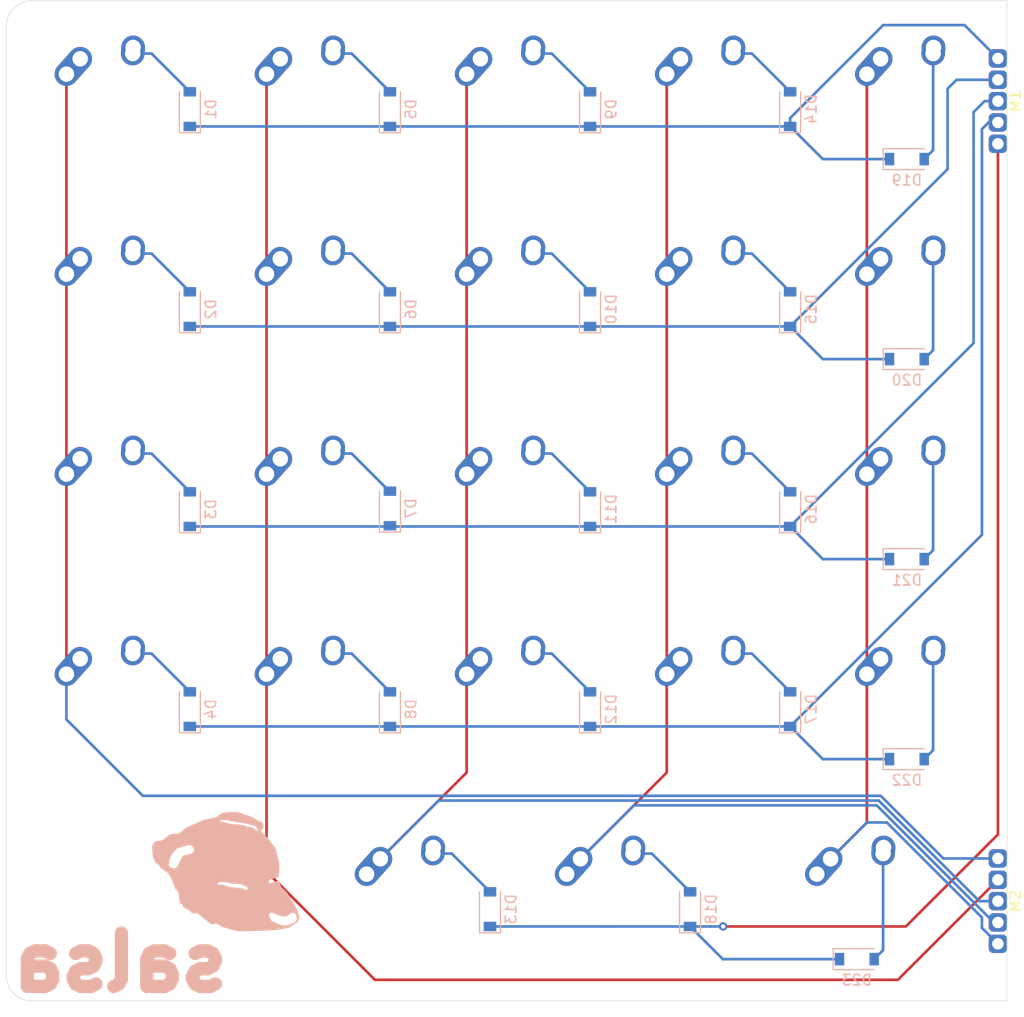
<source format=kicad_pcb>
(kicad_pcb (version 20171130) (host pcbnew "(5.1.12)-1")

  (general
    (thickness 1.6)
    (drawings 7)
    (tracks 117)
    (zones 0)
    (modules 49)
    (nets 34)
  )

  (page A4)
  (layers
    (0 F.Cu signal)
    (31 B.Cu signal)
    (32 B.Adhes user)
    (33 F.Adhes user)
    (34 B.Paste user)
    (35 F.Paste user)
    (36 B.SilkS user)
    (37 F.SilkS user)
    (38 B.Mask user)
    (39 F.Mask user)
    (40 Dwgs.User user)
    (41 Cmts.User user)
    (42 Eco1.User user)
    (43 Eco2.User user)
    (44 Edge.Cuts user)
    (45 Margin user)
    (46 B.CrtYd user)
    (47 F.CrtYd user)
    (48 B.Fab user)
    (49 F.Fab user)
  )

  (setup
    (last_trace_width 0.254)
    (trace_clearance 0.2)
    (zone_clearance 0.508)
    (zone_45_only no)
    (trace_min 0.2)
    (via_size 0.8)
    (via_drill 0.4)
    (via_min_size 0.4)
    (via_min_drill 0.3)
    (uvia_size 0.3)
    (uvia_drill 0.1)
    (uvias_allowed no)
    (uvia_min_size 0.2)
    (uvia_min_drill 0.1)
    (edge_width 0.05)
    (segment_width 0.2)
    (pcb_text_width 0.3)
    (pcb_text_size 1.5 1.5)
    (mod_edge_width 0.12)
    (mod_text_size 1 1)
    (mod_text_width 0.15)
    (pad_size 1.524 1.524)
    (pad_drill 0.762)
    (pad_to_mask_clearance 0)
    (aux_axis_origin 0 0)
    (visible_elements 7FFFFFFF)
    (pcbplotparams
      (layerselection 0x010f0_ffffffff)
      (usegerberextensions true)
      (usegerberattributes true)
      (usegerberadvancedattributes true)
      (creategerberjobfile false)
      (excludeedgelayer true)
      (linewidth 0.100000)
      (plotframeref false)
      (viasonmask false)
      (mode 1)
      (useauxorigin false)
      (hpglpennumber 1)
      (hpglpenspeed 20)
      (hpglpendiameter 15.000000)
      (psnegative false)
      (psa4output false)
      (plotreference true)
      (plotvalue true)
      (plotinvisibletext false)
      (padsonsilk false)
      (subtractmaskfromsilk true)
      (outputformat 1)
      (mirror false)
      (drillshape 0)
      (scaleselection 1)
      (outputdirectory "Gerbers/"))
  )

  (net 0 "")
  (net 1 "Net-(D1-Pad2)")
  (net 2 ROW0)
  (net 3 "Net-(D2-Pad2)")
  (net 4 ROW1)
  (net 5 "Net-(D3-Pad2)")
  (net 6 ROW2)
  (net 7 "Net-(D4-Pad2)")
  (net 8 ROW3)
  (net 9 "Net-(D5-Pad2)")
  (net 10 "Net-(D6-Pad2)")
  (net 11 "Net-(D7-Pad2)")
  (net 12 "Net-(D8-Pad2)")
  (net 13 "Net-(D9-Pad2)")
  (net 14 "Net-(D10-Pad2)")
  (net 15 "Net-(D11-Pad2)")
  (net 16 "Net-(D12-Pad2)")
  (net 17 "Net-(D13-Pad2)")
  (net 18 ROW4)
  (net 19 "Net-(D14-Pad2)")
  (net 20 "Net-(D15-Pad2)")
  (net 21 "Net-(D16-Pad2)")
  (net 22 "Net-(D17-Pad2)")
  (net 23 "Net-(D18-Pad2)")
  (net 24 "Net-(D19-Pad2)")
  (net 25 "Net-(D20-Pad2)")
  (net 26 "Net-(D21-Pad2)")
  (net 27 "Net-(D22-Pad2)")
  (net 28 "Net-(D23-Pad2)")
  (net 29 COL0)
  (net 30 COL1)
  (net 31 COL2)
  (net 32 COL3)
  (net 33 COL4)

  (net_class Default "This is the default net class."
    (clearance 0.2)
    (trace_width 0.254)
    (via_dia 0.8)
    (via_drill 0.4)
    (uvia_dia 0.3)
    (uvia_drill 0.1)
    (add_net COL0)
    (add_net COL1)
    (add_net COL2)
    (add_net COL3)
    (add_net COL4)
    (add_net "Net-(D1-Pad2)")
    (add_net "Net-(D10-Pad2)")
    (add_net "Net-(D11-Pad2)")
    (add_net "Net-(D12-Pad2)")
    (add_net "Net-(D13-Pad2)")
    (add_net "Net-(D14-Pad2)")
    (add_net "Net-(D15-Pad2)")
    (add_net "Net-(D16-Pad2)")
    (add_net "Net-(D17-Pad2)")
    (add_net "Net-(D18-Pad2)")
    (add_net "Net-(D19-Pad2)")
    (add_net "Net-(D2-Pad2)")
    (add_net "Net-(D20-Pad2)")
    (add_net "Net-(D21-Pad2)")
    (add_net "Net-(D22-Pad2)")
    (add_net "Net-(D23-Pad2)")
    (add_net "Net-(D3-Pad2)")
    (add_net "Net-(D4-Pad2)")
    (add_net "Net-(D5-Pad2)")
    (add_net "Net-(D6-Pad2)")
    (add_net "Net-(D7-Pad2)")
    (add_net "Net-(D8-Pad2)")
    (add_net "Net-(D9-Pad2)")
    (add_net ROW0)
    (add_net ROW1)
    (add_net ROW2)
    (add_net ROW3)
    (add_net ROW4)
  )

  (net_class Power ""
    (clearance 0.2)
    (trace_width 0.381)
    (via_dia 0.8)
    (via_drill 0.4)
    (uvia_dia 0.3)
    (uvia_drill 0.1)
  )

  (module Diode_SMD:D_SOD-123 (layer B.Cu) (tedit 58645DC7) (tstamp 61D51EB0)
    (at 102.39375 112.7125)
    (descr SOD-123)
    (tags SOD-123)
    (path /61D64960)
    (attr smd)
    (fp_text reference D23 (at 0 2) (layer B.SilkS)
      (effects (font (size 1 1) (thickness 0.15)) (justify mirror))
    )
    (fp_text value D_Small (at 0 -2.1) (layer B.Fab)
      (effects (font (size 1 1) (thickness 0.15)) (justify mirror))
    )
    (fp_text user %R (at 0 2) (layer B.Fab)
      (effects (font (size 1 1) (thickness 0.15)) (justify mirror))
    )
    (fp_line (start -2.25 1) (end -2.25 -1) (layer B.SilkS) (width 0.12))
    (fp_line (start 0.25 0) (end 0.75 0) (layer B.Fab) (width 0.1))
    (fp_line (start 0.25 -0.4) (end -0.35 0) (layer B.Fab) (width 0.1))
    (fp_line (start 0.25 0.4) (end 0.25 -0.4) (layer B.Fab) (width 0.1))
    (fp_line (start -0.35 0) (end 0.25 0.4) (layer B.Fab) (width 0.1))
    (fp_line (start -0.35 0) (end -0.35 -0.55) (layer B.Fab) (width 0.1))
    (fp_line (start -0.35 0) (end -0.35 0.55) (layer B.Fab) (width 0.1))
    (fp_line (start -0.75 0) (end -0.35 0) (layer B.Fab) (width 0.1))
    (fp_line (start -1.4 -0.9) (end -1.4 0.9) (layer B.Fab) (width 0.1))
    (fp_line (start 1.4 -0.9) (end -1.4 -0.9) (layer B.Fab) (width 0.1))
    (fp_line (start 1.4 0.9) (end 1.4 -0.9) (layer B.Fab) (width 0.1))
    (fp_line (start -1.4 0.9) (end 1.4 0.9) (layer B.Fab) (width 0.1))
    (fp_line (start -2.35 1.15) (end 2.35 1.15) (layer B.CrtYd) (width 0.05))
    (fp_line (start 2.35 1.15) (end 2.35 -1.15) (layer B.CrtYd) (width 0.05))
    (fp_line (start 2.35 -1.15) (end -2.35 -1.15) (layer B.CrtYd) (width 0.05))
    (fp_line (start -2.35 1.15) (end -2.35 -1.15) (layer B.CrtYd) (width 0.05))
    (fp_line (start -2.25 -1) (end 1.65 -1) (layer B.SilkS) (width 0.12))
    (fp_line (start -2.25 1) (end 1.65 1) (layer B.SilkS) (width 0.12))
    (pad 2 smd rect (at 1.65 0) (size 0.9 1.2) (layers B.Cu B.Paste B.Mask)
      (net 28 "Net-(D23-Pad2)"))
    (pad 1 smd rect (at -1.65 0) (size 0.9 1.2) (layers B.Cu B.Paste B.Mask)
      (net 18 ROW4))
    (model ${KISYS3DMOD}/Diode_SMD.3dshapes/D_SOD-123.wrl
      (at (xyz 0 0 0))
      (scale (xyz 1 1 1))
      (rotate (xyz 0 0 0))
    )
  )

  (module Diode_SMD:D_SOD-123 (layer B.Cu) (tedit 58645DC7) (tstamp 61D51E97)
    (at 107.15625 93.6625)
    (descr SOD-123)
    (tags SOD-123)
    (path /61D643F0)
    (attr smd)
    (fp_text reference D22 (at 0 2) (layer B.SilkS)
      (effects (font (size 1 1) (thickness 0.15)) (justify mirror))
    )
    (fp_text value D_Small (at 0 -2.1) (layer B.Fab)
      (effects (font (size 1 1) (thickness 0.15)) (justify mirror))
    )
    (fp_text user %R (at 0 2) (layer B.Fab)
      (effects (font (size 1 1) (thickness 0.15)) (justify mirror))
    )
    (fp_line (start -2.25 1) (end -2.25 -1) (layer B.SilkS) (width 0.12))
    (fp_line (start 0.25 0) (end 0.75 0) (layer B.Fab) (width 0.1))
    (fp_line (start 0.25 -0.4) (end -0.35 0) (layer B.Fab) (width 0.1))
    (fp_line (start 0.25 0.4) (end 0.25 -0.4) (layer B.Fab) (width 0.1))
    (fp_line (start -0.35 0) (end 0.25 0.4) (layer B.Fab) (width 0.1))
    (fp_line (start -0.35 0) (end -0.35 -0.55) (layer B.Fab) (width 0.1))
    (fp_line (start -0.35 0) (end -0.35 0.55) (layer B.Fab) (width 0.1))
    (fp_line (start -0.75 0) (end -0.35 0) (layer B.Fab) (width 0.1))
    (fp_line (start -1.4 -0.9) (end -1.4 0.9) (layer B.Fab) (width 0.1))
    (fp_line (start 1.4 -0.9) (end -1.4 -0.9) (layer B.Fab) (width 0.1))
    (fp_line (start 1.4 0.9) (end 1.4 -0.9) (layer B.Fab) (width 0.1))
    (fp_line (start -1.4 0.9) (end 1.4 0.9) (layer B.Fab) (width 0.1))
    (fp_line (start -2.35 1.15) (end 2.35 1.15) (layer B.CrtYd) (width 0.05))
    (fp_line (start 2.35 1.15) (end 2.35 -1.15) (layer B.CrtYd) (width 0.05))
    (fp_line (start 2.35 -1.15) (end -2.35 -1.15) (layer B.CrtYd) (width 0.05))
    (fp_line (start -2.35 1.15) (end -2.35 -1.15) (layer B.CrtYd) (width 0.05))
    (fp_line (start -2.25 -1) (end 1.65 -1) (layer B.SilkS) (width 0.12))
    (fp_line (start -2.25 1) (end 1.65 1) (layer B.SilkS) (width 0.12))
    (pad 2 smd rect (at 1.65 0) (size 0.9 1.2) (layers B.Cu B.Paste B.Mask)
      (net 27 "Net-(D22-Pad2)"))
    (pad 1 smd rect (at -1.65 0) (size 0.9 1.2) (layers B.Cu B.Paste B.Mask)
      (net 8 ROW3))
    (model ${KISYS3DMOD}/Diode_SMD.3dshapes/D_SOD-123.wrl
      (at (xyz 0 0 0))
      (scale (xyz 1 1 1))
      (rotate (xyz 0 0 0))
    )
  )

  (module Diode_SMD:D_SOD-123 (layer B.Cu) (tedit 58645DC7) (tstamp 61D51E7E)
    (at 107.15625 74.6125)
    (descr SOD-123)
    (tags SOD-123)
    (path /61D6118D)
    (attr smd)
    (fp_text reference D21 (at 0 2) (layer B.SilkS)
      (effects (font (size 1 1) (thickness 0.15)) (justify mirror))
    )
    (fp_text value D_Small (at 0 -2.1) (layer B.Fab)
      (effects (font (size 1 1) (thickness 0.15)) (justify mirror))
    )
    (fp_text user %R (at 0 2) (layer B.Fab)
      (effects (font (size 1 1) (thickness 0.15)) (justify mirror))
    )
    (fp_line (start -2.25 1) (end -2.25 -1) (layer B.SilkS) (width 0.12))
    (fp_line (start 0.25 0) (end 0.75 0) (layer B.Fab) (width 0.1))
    (fp_line (start 0.25 -0.4) (end -0.35 0) (layer B.Fab) (width 0.1))
    (fp_line (start 0.25 0.4) (end 0.25 -0.4) (layer B.Fab) (width 0.1))
    (fp_line (start -0.35 0) (end 0.25 0.4) (layer B.Fab) (width 0.1))
    (fp_line (start -0.35 0) (end -0.35 -0.55) (layer B.Fab) (width 0.1))
    (fp_line (start -0.35 0) (end -0.35 0.55) (layer B.Fab) (width 0.1))
    (fp_line (start -0.75 0) (end -0.35 0) (layer B.Fab) (width 0.1))
    (fp_line (start -1.4 -0.9) (end -1.4 0.9) (layer B.Fab) (width 0.1))
    (fp_line (start 1.4 -0.9) (end -1.4 -0.9) (layer B.Fab) (width 0.1))
    (fp_line (start 1.4 0.9) (end 1.4 -0.9) (layer B.Fab) (width 0.1))
    (fp_line (start -1.4 0.9) (end 1.4 0.9) (layer B.Fab) (width 0.1))
    (fp_line (start -2.35 1.15) (end 2.35 1.15) (layer B.CrtYd) (width 0.05))
    (fp_line (start 2.35 1.15) (end 2.35 -1.15) (layer B.CrtYd) (width 0.05))
    (fp_line (start 2.35 -1.15) (end -2.35 -1.15) (layer B.CrtYd) (width 0.05))
    (fp_line (start -2.35 1.15) (end -2.35 -1.15) (layer B.CrtYd) (width 0.05))
    (fp_line (start -2.25 -1) (end 1.65 -1) (layer B.SilkS) (width 0.12))
    (fp_line (start -2.25 1) (end 1.65 1) (layer B.SilkS) (width 0.12))
    (pad 2 smd rect (at 1.65 0) (size 0.9 1.2) (layers B.Cu B.Paste B.Mask)
      (net 26 "Net-(D21-Pad2)"))
    (pad 1 smd rect (at -1.65 0) (size 0.9 1.2) (layers B.Cu B.Paste B.Mask)
      (net 6 ROW2))
    (model ${KISYS3DMOD}/Diode_SMD.3dshapes/D_SOD-123.wrl
      (at (xyz 0 0 0))
      (scale (xyz 1 1 1))
      (rotate (xyz 0 0 0))
    )
  )

  (module Diode_SMD:D_SOD-123 (layer B.Cu) (tedit 58645DC7) (tstamp 61D51E65)
    (at 107.15625 55.5625)
    (descr SOD-123)
    (tags SOD-123)
    (path /61D5DFFA)
    (attr smd)
    (fp_text reference D20 (at 0 2) (layer B.SilkS)
      (effects (font (size 1 1) (thickness 0.15)) (justify mirror))
    )
    (fp_text value D_Small (at 0 -2.1) (layer B.Fab)
      (effects (font (size 1 1) (thickness 0.15)) (justify mirror))
    )
    (fp_text user %R (at 0 2) (layer B.Fab)
      (effects (font (size 1 1) (thickness 0.15)) (justify mirror))
    )
    (fp_line (start -2.25 1) (end -2.25 -1) (layer B.SilkS) (width 0.12))
    (fp_line (start 0.25 0) (end 0.75 0) (layer B.Fab) (width 0.1))
    (fp_line (start 0.25 -0.4) (end -0.35 0) (layer B.Fab) (width 0.1))
    (fp_line (start 0.25 0.4) (end 0.25 -0.4) (layer B.Fab) (width 0.1))
    (fp_line (start -0.35 0) (end 0.25 0.4) (layer B.Fab) (width 0.1))
    (fp_line (start -0.35 0) (end -0.35 -0.55) (layer B.Fab) (width 0.1))
    (fp_line (start -0.35 0) (end -0.35 0.55) (layer B.Fab) (width 0.1))
    (fp_line (start -0.75 0) (end -0.35 0) (layer B.Fab) (width 0.1))
    (fp_line (start -1.4 -0.9) (end -1.4 0.9) (layer B.Fab) (width 0.1))
    (fp_line (start 1.4 -0.9) (end -1.4 -0.9) (layer B.Fab) (width 0.1))
    (fp_line (start 1.4 0.9) (end 1.4 -0.9) (layer B.Fab) (width 0.1))
    (fp_line (start -1.4 0.9) (end 1.4 0.9) (layer B.Fab) (width 0.1))
    (fp_line (start -2.35 1.15) (end 2.35 1.15) (layer B.CrtYd) (width 0.05))
    (fp_line (start 2.35 1.15) (end 2.35 -1.15) (layer B.CrtYd) (width 0.05))
    (fp_line (start 2.35 -1.15) (end -2.35 -1.15) (layer B.CrtYd) (width 0.05))
    (fp_line (start -2.35 1.15) (end -2.35 -1.15) (layer B.CrtYd) (width 0.05))
    (fp_line (start -2.25 -1) (end 1.65 -1) (layer B.SilkS) (width 0.12))
    (fp_line (start -2.25 1) (end 1.65 1) (layer B.SilkS) (width 0.12))
    (pad 2 smd rect (at 1.65 0) (size 0.9 1.2) (layers B.Cu B.Paste B.Mask)
      (net 25 "Net-(D20-Pad2)"))
    (pad 1 smd rect (at -1.65 0) (size 0.9 1.2) (layers B.Cu B.Paste B.Mask)
      (net 4 ROW1))
    (model ${KISYS3DMOD}/Diode_SMD.3dshapes/D_SOD-123.wrl
      (at (xyz 0 0 0))
      (scale (xyz 1 1 1))
      (rotate (xyz 0 0 0))
    )
  )

  (module Diode_SMD:D_SOD-123 (layer B.Cu) (tedit 58645DC7) (tstamp 61D51E4C)
    (at 107.15625 36.5125)
    (descr SOD-123)
    (tags SOD-123)
    (path /61D5D9F4)
    (attr smd)
    (fp_text reference D19 (at 0 2) (layer B.SilkS)
      (effects (font (size 1 1) (thickness 0.15)) (justify mirror))
    )
    (fp_text value D_Small (at 0 -2.1) (layer B.Fab)
      (effects (font (size 1 1) (thickness 0.15)) (justify mirror))
    )
    (fp_text user %R (at 0 2) (layer B.Fab)
      (effects (font (size 1 1) (thickness 0.15)) (justify mirror))
    )
    (fp_line (start -2.25 1) (end -2.25 -1) (layer B.SilkS) (width 0.12))
    (fp_line (start 0.25 0) (end 0.75 0) (layer B.Fab) (width 0.1))
    (fp_line (start 0.25 -0.4) (end -0.35 0) (layer B.Fab) (width 0.1))
    (fp_line (start 0.25 0.4) (end 0.25 -0.4) (layer B.Fab) (width 0.1))
    (fp_line (start -0.35 0) (end 0.25 0.4) (layer B.Fab) (width 0.1))
    (fp_line (start -0.35 0) (end -0.35 -0.55) (layer B.Fab) (width 0.1))
    (fp_line (start -0.35 0) (end -0.35 0.55) (layer B.Fab) (width 0.1))
    (fp_line (start -0.75 0) (end -0.35 0) (layer B.Fab) (width 0.1))
    (fp_line (start -1.4 -0.9) (end -1.4 0.9) (layer B.Fab) (width 0.1))
    (fp_line (start 1.4 -0.9) (end -1.4 -0.9) (layer B.Fab) (width 0.1))
    (fp_line (start 1.4 0.9) (end 1.4 -0.9) (layer B.Fab) (width 0.1))
    (fp_line (start -1.4 0.9) (end 1.4 0.9) (layer B.Fab) (width 0.1))
    (fp_line (start -2.35 1.15) (end 2.35 1.15) (layer B.CrtYd) (width 0.05))
    (fp_line (start 2.35 1.15) (end 2.35 -1.15) (layer B.CrtYd) (width 0.05))
    (fp_line (start 2.35 -1.15) (end -2.35 -1.15) (layer B.CrtYd) (width 0.05))
    (fp_line (start -2.35 1.15) (end -2.35 -1.15) (layer B.CrtYd) (width 0.05))
    (fp_line (start -2.25 -1) (end 1.65 -1) (layer B.SilkS) (width 0.12))
    (fp_line (start -2.25 1) (end 1.65 1) (layer B.SilkS) (width 0.12))
    (pad 2 smd rect (at 1.65 0) (size 0.9 1.2) (layers B.Cu B.Paste B.Mask)
      (net 24 "Net-(D19-Pad2)"))
    (pad 1 smd rect (at -1.65 0) (size 0.9 1.2) (layers B.Cu B.Paste B.Mask)
      (net 2 ROW0))
    (model ${KISYS3DMOD}/Diode_SMD.3dshapes/D_SOD-123.wrl
      (at (xyz 0 0 0))
      (scale (xyz 1 1 1))
      (rotate (xyz 0 0 0))
    )
  )

  (module Diode_SMD:D_SOD-123 (layer B.Cu) (tedit 58645DC7) (tstamp 61D51E33)
    (at 86.51875 107.95 90)
    (descr SOD-123)
    (tags SOD-123)
    (path /61D6505B)
    (attr smd)
    (fp_text reference D18 (at 0 2 90) (layer B.SilkS)
      (effects (font (size 1 1) (thickness 0.15)) (justify mirror))
    )
    (fp_text value D_Small (at 0 -2.1 90) (layer B.Fab)
      (effects (font (size 1 1) (thickness 0.15)) (justify mirror))
    )
    (fp_text user %R (at 0 2 90) (layer B.Fab)
      (effects (font (size 1 1) (thickness 0.15)) (justify mirror))
    )
    (fp_line (start -2.25 1) (end -2.25 -1) (layer B.SilkS) (width 0.12))
    (fp_line (start 0.25 0) (end 0.75 0) (layer B.Fab) (width 0.1))
    (fp_line (start 0.25 -0.4) (end -0.35 0) (layer B.Fab) (width 0.1))
    (fp_line (start 0.25 0.4) (end 0.25 -0.4) (layer B.Fab) (width 0.1))
    (fp_line (start -0.35 0) (end 0.25 0.4) (layer B.Fab) (width 0.1))
    (fp_line (start -0.35 0) (end -0.35 -0.55) (layer B.Fab) (width 0.1))
    (fp_line (start -0.35 0) (end -0.35 0.55) (layer B.Fab) (width 0.1))
    (fp_line (start -0.75 0) (end -0.35 0) (layer B.Fab) (width 0.1))
    (fp_line (start -1.4 -0.9) (end -1.4 0.9) (layer B.Fab) (width 0.1))
    (fp_line (start 1.4 -0.9) (end -1.4 -0.9) (layer B.Fab) (width 0.1))
    (fp_line (start 1.4 0.9) (end 1.4 -0.9) (layer B.Fab) (width 0.1))
    (fp_line (start -1.4 0.9) (end 1.4 0.9) (layer B.Fab) (width 0.1))
    (fp_line (start -2.35 1.15) (end 2.35 1.15) (layer B.CrtYd) (width 0.05))
    (fp_line (start 2.35 1.15) (end 2.35 -1.15) (layer B.CrtYd) (width 0.05))
    (fp_line (start 2.35 -1.15) (end -2.35 -1.15) (layer B.CrtYd) (width 0.05))
    (fp_line (start -2.35 1.15) (end -2.35 -1.15) (layer B.CrtYd) (width 0.05))
    (fp_line (start -2.25 -1) (end 1.65 -1) (layer B.SilkS) (width 0.12))
    (fp_line (start -2.25 1) (end 1.65 1) (layer B.SilkS) (width 0.12))
    (pad 2 smd rect (at 1.65 0 90) (size 0.9 1.2) (layers B.Cu B.Paste B.Mask)
      (net 23 "Net-(D18-Pad2)"))
    (pad 1 smd rect (at -1.65 0 90) (size 0.9 1.2) (layers B.Cu B.Paste B.Mask)
      (net 18 ROW4))
    (model ${KISYS3DMOD}/Diode_SMD.3dshapes/D_SOD-123.wrl
      (at (xyz 0 0 0))
      (scale (xyz 1 1 1))
      (rotate (xyz 0 0 0))
    )
  )

  (module Diode_SMD:D_SOD-123 (layer B.Cu) (tedit 58645DC7) (tstamp 61D51E1A)
    (at 96.04375 88.9 90)
    (descr SOD-123)
    (tags SOD-123)
    (path /61D63C9A)
    (attr smd)
    (fp_text reference D17 (at 0 2 90) (layer B.SilkS)
      (effects (font (size 1 1) (thickness 0.15)) (justify mirror))
    )
    (fp_text value D_Small (at 0 -2.1 90) (layer B.Fab)
      (effects (font (size 1 1) (thickness 0.15)) (justify mirror))
    )
    (fp_text user %R (at 0 2 90) (layer B.Fab)
      (effects (font (size 1 1) (thickness 0.15)) (justify mirror))
    )
    (fp_line (start -2.25 1) (end -2.25 -1) (layer B.SilkS) (width 0.12))
    (fp_line (start 0.25 0) (end 0.75 0) (layer B.Fab) (width 0.1))
    (fp_line (start 0.25 -0.4) (end -0.35 0) (layer B.Fab) (width 0.1))
    (fp_line (start 0.25 0.4) (end 0.25 -0.4) (layer B.Fab) (width 0.1))
    (fp_line (start -0.35 0) (end 0.25 0.4) (layer B.Fab) (width 0.1))
    (fp_line (start -0.35 0) (end -0.35 -0.55) (layer B.Fab) (width 0.1))
    (fp_line (start -0.35 0) (end -0.35 0.55) (layer B.Fab) (width 0.1))
    (fp_line (start -0.75 0) (end -0.35 0) (layer B.Fab) (width 0.1))
    (fp_line (start -1.4 -0.9) (end -1.4 0.9) (layer B.Fab) (width 0.1))
    (fp_line (start 1.4 -0.9) (end -1.4 -0.9) (layer B.Fab) (width 0.1))
    (fp_line (start 1.4 0.9) (end 1.4 -0.9) (layer B.Fab) (width 0.1))
    (fp_line (start -1.4 0.9) (end 1.4 0.9) (layer B.Fab) (width 0.1))
    (fp_line (start -2.35 1.15) (end 2.35 1.15) (layer B.CrtYd) (width 0.05))
    (fp_line (start 2.35 1.15) (end 2.35 -1.15) (layer B.CrtYd) (width 0.05))
    (fp_line (start 2.35 -1.15) (end -2.35 -1.15) (layer B.CrtYd) (width 0.05))
    (fp_line (start -2.35 1.15) (end -2.35 -1.15) (layer B.CrtYd) (width 0.05))
    (fp_line (start -2.25 -1) (end 1.65 -1) (layer B.SilkS) (width 0.12))
    (fp_line (start -2.25 1) (end 1.65 1) (layer B.SilkS) (width 0.12))
    (pad 2 smd rect (at 1.65 0 90) (size 0.9 1.2) (layers B.Cu B.Paste B.Mask)
      (net 22 "Net-(D17-Pad2)"))
    (pad 1 smd rect (at -1.65 0 90) (size 0.9 1.2) (layers B.Cu B.Paste B.Mask)
      (net 8 ROW3))
    (model ${KISYS3DMOD}/Diode_SMD.3dshapes/D_SOD-123.wrl
      (at (xyz 0 0 0))
      (scale (xyz 1 1 1))
      (rotate (xyz 0 0 0))
    )
  )

  (module Diode_SMD:D_SOD-123 (layer B.Cu) (tedit 58645DC7) (tstamp 61D51E01)
    (at 96.04375 69.85 90)
    (descr SOD-123)
    (tags SOD-123)
    (path /61D607E8)
    (attr smd)
    (fp_text reference D16 (at 0 2 90) (layer B.SilkS)
      (effects (font (size 1 1) (thickness 0.15)) (justify mirror))
    )
    (fp_text value D_Small (at 0 -2.1 90) (layer B.Fab)
      (effects (font (size 1 1) (thickness 0.15)) (justify mirror))
    )
    (fp_text user %R (at 0 2 90) (layer B.Fab)
      (effects (font (size 1 1) (thickness 0.15)) (justify mirror))
    )
    (fp_line (start -2.25 1) (end -2.25 -1) (layer B.SilkS) (width 0.12))
    (fp_line (start 0.25 0) (end 0.75 0) (layer B.Fab) (width 0.1))
    (fp_line (start 0.25 -0.4) (end -0.35 0) (layer B.Fab) (width 0.1))
    (fp_line (start 0.25 0.4) (end 0.25 -0.4) (layer B.Fab) (width 0.1))
    (fp_line (start -0.35 0) (end 0.25 0.4) (layer B.Fab) (width 0.1))
    (fp_line (start -0.35 0) (end -0.35 -0.55) (layer B.Fab) (width 0.1))
    (fp_line (start -0.35 0) (end -0.35 0.55) (layer B.Fab) (width 0.1))
    (fp_line (start -0.75 0) (end -0.35 0) (layer B.Fab) (width 0.1))
    (fp_line (start -1.4 -0.9) (end -1.4 0.9) (layer B.Fab) (width 0.1))
    (fp_line (start 1.4 -0.9) (end -1.4 -0.9) (layer B.Fab) (width 0.1))
    (fp_line (start 1.4 0.9) (end 1.4 -0.9) (layer B.Fab) (width 0.1))
    (fp_line (start -1.4 0.9) (end 1.4 0.9) (layer B.Fab) (width 0.1))
    (fp_line (start -2.35 1.15) (end 2.35 1.15) (layer B.CrtYd) (width 0.05))
    (fp_line (start 2.35 1.15) (end 2.35 -1.15) (layer B.CrtYd) (width 0.05))
    (fp_line (start 2.35 -1.15) (end -2.35 -1.15) (layer B.CrtYd) (width 0.05))
    (fp_line (start -2.35 1.15) (end -2.35 -1.15) (layer B.CrtYd) (width 0.05))
    (fp_line (start -2.25 -1) (end 1.65 -1) (layer B.SilkS) (width 0.12))
    (fp_line (start -2.25 1) (end 1.65 1) (layer B.SilkS) (width 0.12))
    (pad 2 smd rect (at 1.65 0 90) (size 0.9 1.2) (layers B.Cu B.Paste B.Mask)
      (net 21 "Net-(D16-Pad2)"))
    (pad 1 smd rect (at -1.65 0 90) (size 0.9 1.2) (layers B.Cu B.Paste B.Mask)
      (net 6 ROW2))
    (model ${KISYS3DMOD}/Diode_SMD.3dshapes/D_SOD-123.wrl
      (at (xyz 0 0 0))
      (scale (xyz 1 1 1))
      (rotate (xyz 0 0 0))
    )
  )

  (module Diode_SMD:D_SOD-123 (layer B.Cu) (tedit 58645DC7) (tstamp 61D51DE8)
    (at 96.04375 50.8 90)
    (descr SOD-123)
    (tags SOD-123)
    (path /61D5E600)
    (attr smd)
    (fp_text reference D15 (at 0 2 90) (layer B.SilkS)
      (effects (font (size 1 1) (thickness 0.15)) (justify mirror))
    )
    (fp_text value D_Small (at 0 -2.1 90) (layer B.Fab)
      (effects (font (size 1 1) (thickness 0.15)) (justify mirror))
    )
    (fp_text user %R (at 0 2 90) (layer B.Fab)
      (effects (font (size 1 1) (thickness 0.15)) (justify mirror))
    )
    (fp_line (start -2.25 1) (end -2.25 -1) (layer B.SilkS) (width 0.12))
    (fp_line (start 0.25 0) (end 0.75 0) (layer B.Fab) (width 0.1))
    (fp_line (start 0.25 -0.4) (end -0.35 0) (layer B.Fab) (width 0.1))
    (fp_line (start 0.25 0.4) (end 0.25 -0.4) (layer B.Fab) (width 0.1))
    (fp_line (start -0.35 0) (end 0.25 0.4) (layer B.Fab) (width 0.1))
    (fp_line (start -0.35 0) (end -0.35 -0.55) (layer B.Fab) (width 0.1))
    (fp_line (start -0.35 0) (end -0.35 0.55) (layer B.Fab) (width 0.1))
    (fp_line (start -0.75 0) (end -0.35 0) (layer B.Fab) (width 0.1))
    (fp_line (start -1.4 -0.9) (end -1.4 0.9) (layer B.Fab) (width 0.1))
    (fp_line (start 1.4 -0.9) (end -1.4 -0.9) (layer B.Fab) (width 0.1))
    (fp_line (start 1.4 0.9) (end 1.4 -0.9) (layer B.Fab) (width 0.1))
    (fp_line (start -1.4 0.9) (end 1.4 0.9) (layer B.Fab) (width 0.1))
    (fp_line (start -2.35 1.15) (end 2.35 1.15) (layer B.CrtYd) (width 0.05))
    (fp_line (start 2.35 1.15) (end 2.35 -1.15) (layer B.CrtYd) (width 0.05))
    (fp_line (start 2.35 -1.15) (end -2.35 -1.15) (layer B.CrtYd) (width 0.05))
    (fp_line (start -2.35 1.15) (end -2.35 -1.15) (layer B.CrtYd) (width 0.05))
    (fp_line (start -2.25 -1) (end 1.65 -1) (layer B.SilkS) (width 0.12))
    (fp_line (start -2.25 1) (end 1.65 1) (layer B.SilkS) (width 0.12))
    (pad 2 smd rect (at 1.65 0 90) (size 0.9 1.2) (layers B.Cu B.Paste B.Mask)
      (net 20 "Net-(D15-Pad2)"))
    (pad 1 smd rect (at -1.65 0 90) (size 0.9 1.2) (layers B.Cu B.Paste B.Mask)
      (net 4 ROW1))
    (model ${KISYS3DMOD}/Diode_SMD.3dshapes/D_SOD-123.wrl
      (at (xyz 0 0 0))
      (scale (xyz 1 1 1))
      (rotate (xyz 0 0 0))
    )
  )

  (module Diode_SMD:D_SOD-123 (layer B.Cu) (tedit 58645DC7) (tstamp 61D51DCF)
    (at 96.04375 31.75 90)
    (descr SOD-123)
    (tags SOD-123)
    (path /61D5C7D2)
    (attr smd)
    (fp_text reference D14 (at 0 2 90) (layer B.SilkS)
      (effects (font (size 1 1) (thickness 0.15)) (justify mirror))
    )
    (fp_text value D_Small (at 0 -2.1 90) (layer B.Fab)
      (effects (font (size 1 1) (thickness 0.15)) (justify mirror))
    )
    (fp_text user %R (at 0 2 90) (layer B.Fab)
      (effects (font (size 1 1) (thickness 0.15)) (justify mirror))
    )
    (fp_line (start -2.25 1) (end -2.25 -1) (layer B.SilkS) (width 0.12))
    (fp_line (start 0.25 0) (end 0.75 0) (layer B.Fab) (width 0.1))
    (fp_line (start 0.25 -0.4) (end -0.35 0) (layer B.Fab) (width 0.1))
    (fp_line (start 0.25 0.4) (end 0.25 -0.4) (layer B.Fab) (width 0.1))
    (fp_line (start -0.35 0) (end 0.25 0.4) (layer B.Fab) (width 0.1))
    (fp_line (start -0.35 0) (end -0.35 -0.55) (layer B.Fab) (width 0.1))
    (fp_line (start -0.35 0) (end -0.35 0.55) (layer B.Fab) (width 0.1))
    (fp_line (start -0.75 0) (end -0.35 0) (layer B.Fab) (width 0.1))
    (fp_line (start -1.4 -0.9) (end -1.4 0.9) (layer B.Fab) (width 0.1))
    (fp_line (start 1.4 -0.9) (end -1.4 -0.9) (layer B.Fab) (width 0.1))
    (fp_line (start 1.4 0.9) (end 1.4 -0.9) (layer B.Fab) (width 0.1))
    (fp_line (start -1.4 0.9) (end 1.4 0.9) (layer B.Fab) (width 0.1))
    (fp_line (start -2.35 1.15) (end 2.35 1.15) (layer B.CrtYd) (width 0.05))
    (fp_line (start 2.35 1.15) (end 2.35 -1.15) (layer B.CrtYd) (width 0.05))
    (fp_line (start 2.35 -1.15) (end -2.35 -1.15) (layer B.CrtYd) (width 0.05))
    (fp_line (start -2.35 1.15) (end -2.35 -1.15) (layer B.CrtYd) (width 0.05))
    (fp_line (start -2.25 -1) (end 1.65 -1) (layer B.SilkS) (width 0.12))
    (fp_line (start -2.25 1) (end 1.65 1) (layer B.SilkS) (width 0.12))
    (pad 2 smd rect (at 1.65 0 90) (size 0.9 1.2) (layers B.Cu B.Paste B.Mask)
      (net 19 "Net-(D14-Pad2)"))
    (pad 1 smd rect (at -1.65 0 90) (size 0.9 1.2) (layers B.Cu B.Paste B.Mask)
      (net 2 ROW0))
    (model ${KISYS3DMOD}/Diode_SMD.3dshapes/D_SOD-123.wrl
      (at (xyz 0 0 0))
      (scale (xyz 1 1 1))
      (rotate (xyz 0 0 0))
    )
  )

  (module Diode_SMD:D_SOD-123 (layer B.Cu) (tedit 58645DC7) (tstamp 61D51DB6)
    (at 67.46875 107.95 90)
    (descr SOD-123)
    (tags SOD-123)
    (path /61D653E2)
    (attr smd)
    (fp_text reference D13 (at 0 2 90) (layer B.SilkS)
      (effects (font (size 1 1) (thickness 0.15)) (justify mirror))
    )
    (fp_text value D_Small (at 0 -2.1 90) (layer B.Fab)
      (effects (font (size 1 1) (thickness 0.15)) (justify mirror))
    )
    (fp_text user %R (at 0 2 90) (layer B.Fab)
      (effects (font (size 1 1) (thickness 0.15)) (justify mirror))
    )
    (fp_line (start -2.25 1) (end -2.25 -1) (layer B.SilkS) (width 0.12))
    (fp_line (start 0.25 0) (end 0.75 0) (layer B.Fab) (width 0.1))
    (fp_line (start 0.25 -0.4) (end -0.35 0) (layer B.Fab) (width 0.1))
    (fp_line (start 0.25 0.4) (end 0.25 -0.4) (layer B.Fab) (width 0.1))
    (fp_line (start -0.35 0) (end 0.25 0.4) (layer B.Fab) (width 0.1))
    (fp_line (start -0.35 0) (end -0.35 -0.55) (layer B.Fab) (width 0.1))
    (fp_line (start -0.35 0) (end -0.35 0.55) (layer B.Fab) (width 0.1))
    (fp_line (start -0.75 0) (end -0.35 0) (layer B.Fab) (width 0.1))
    (fp_line (start -1.4 -0.9) (end -1.4 0.9) (layer B.Fab) (width 0.1))
    (fp_line (start 1.4 -0.9) (end -1.4 -0.9) (layer B.Fab) (width 0.1))
    (fp_line (start 1.4 0.9) (end 1.4 -0.9) (layer B.Fab) (width 0.1))
    (fp_line (start -1.4 0.9) (end 1.4 0.9) (layer B.Fab) (width 0.1))
    (fp_line (start -2.35 1.15) (end 2.35 1.15) (layer B.CrtYd) (width 0.05))
    (fp_line (start 2.35 1.15) (end 2.35 -1.15) (layer B.CrtYd) (width 0.05))
    (fp_line (start 2.35 -1.15) (end -2.35 -1.15) (layer B.CrtYd) (width 0.05))
    (fp_line (start -2.35 1.15) (end -2.35 -1.15) (layer B.CrtYd) (width 0.05))
    (fp_line (start -2.25 -1) (end 1.65 -1) (layer B.SilkS) (width 0.12))
    (fp_line (start -2.25 1) (end 1.65 1) (layer B.SilkS) (width 0.12))
    (pad 2 smd rect (at 1.65 0 90) (size 0.9 1.2) (layers B.Cu B.Paste B.Mask)
      (net 17 "Net-(D13-Pad2)"))
    (pad 1 smd rect (at -1.65 0 90) (size 0.9 1.2) (layers B.Cu B.Paste B.Mask)
      (net 18 ROW4))
    (model ${KISYS3DMOD}/Diode_SMD.3dshapes/D_SOD-123.wrl
      (at (xyz 0 0 0))
      (scale (xyz 1 1 1))
      (rotate (xyz 0 0 0))
    )
  )

  (module Diode_SMD:D_SOD-123 (layer B.Cu) (tedit 58645DC7) (tstamp 61D51D9D)
    (at 76.99375 88.9 90)
    (descr SOD-123)
    (tags SOD-123)
    (path /61D63624)
    (attr smd)
    (fp_text reference D12 (at 0 2 90) (layer B.SilkS)
      (effects (font (size 1 1) (thickness 0.15)) (justify mirror))
    )
    (fp_text value D_Small (at 0 -2.1 90) (layer B.Fab)
      (effects (font (size 1 1) (thickness 0.15)) (justify mirror))
    )
    (fp_text user %R (at 0 2 90) (layer B.Fab)
      (effects (font (size 1 1) (thickness 0.15)) (justify mirror))
    )
    (fp_line (start -2.25 1) (end -2.25 -1) (layer B.SilkS) (width 0.12))
    (fp_line (start 0.25 0) (end 0.75 0) (layer B.Fab) (width 0.1))
    (fp_line (start 0.25 -0.4) (end -0.35 0) (layer B.Fab) (width 0.1))
    (fp_line (start 0.25 0.4) (end 0.25 -0.4) (layer B.Fab) (width 0.1))
    (fp_line (start -0.35 0) (end 0.25 0.4) (layer B.Fab) (width 0.1))
    (fp_line (start -0.35 0) (end -0.35 -0.55) (layer B.Fab) (width 0.1))
    (fp_line (start -0.35 0) (end -0.35 0.55) (layer B.Fab) (width 0.1))
    (fp_line (start -0.75 0) (end -0.35 0) (layer B.Fab) (width 0.1))
    (fp_line (start -1.4 -0.9) (end -1.4 0.9) (layer B.Fab) (width 0.1))
    (fp_line (start 1.4 -0.9) (end -1.4 -0.9) (layer B.Fab) (width 0.1))
    (fp_line (start 1.4 0.9) (end 1.4 -0.9) (layer B.Fab) (width 0.1))
    (fp_line (start -1.4 0.9) (end 1.4 0.9) (layer B.Fab) (width 0.1))
    (fp_line (start -2.35 1.15) (end 2.35 1.15) (layer B.CrtYd) (width 0.05))
    (fp_line (start 2.35 1.15) (end 2.35 -1.15) (layer B.CrtYd) (width 0.05))
    (fp_line (start 2.35 -1.15) (end -2.35 -1.15) (layer B.CrtYd) (width 0.05))
    (fp_line (start -2.35 1.15) (end -2.35 -1.15) (layer B.CrtYd) (width 0.05))
    (fp_line (start -2.25 -1) (end 1.65 -1) (layer B.SilkS) (width 0.12))
    (fp_line (start -2.25 1) (end 1.65 1) (layer B.SilkS) (width 0.12))
    (pad 2 smd rect (at 1.65 0 90) (size 0.9 1.2) (layers B.Cu B.Paste B.Mask)
      (net 16 "Net-(D12-Pad2)"))
    (pad 1 smd rect (at -1.65 0 90) (size 0.9 1.2) (layers B.Cu B.Paste B.Mask)
      (net 8 ROW3))
    (model ${KISYS3DMOD}/Diode_SMD.3dshapes/D_SOD-123.wrl
      (at (xyz 0 0 0))
      (scale (xyz 1 1 1))
      (rotate (xyz 0 0 0))
    )
  )

  (module Diode_SMD:D_SOD-123 (layer B.Cu) (tedit 58645DC7) (tstamp 61D51D84)
    (at 76.99375 69.85 90)
    (descr SOD-123)
    (tags SOD-123)
    (path /61D6177A)
    (attr smd)
    (fp_text reference D11 (at 0 2 90) (layer B.SilkS)
      (effects (font (size 1 1) (thickness 0.15)) (justify mirror))
    )
    (fp_text value D_Small (at 0 -2.1 90) (layer B.Fab)
      (effects (font (size 1 1) (thickness 0.15)) (justify mirror))
    )
    (fp_line (start -2.25 1) (end 1.65 1) (layer B.SilkS) (width 0.12))
    (fp_line (start -2.25 -1) (end 1.65 -1) (layer B.SilkS) (width 0.12))
    (fp_line (start -2.35 1.15) (end -2.35 -1.15) (layer B.CrtYd) (width 0.05))
    (fp_line (start 2.35 -1.15) (end -2.35 -1.15) (layer B.CrtYd) (width 0.05))
    (fp_line (start 2.35 1.15) (end 2.35 -1.15) (layer B.CrtYd) (width 0.05))
    (fp_line (start -2.35 1.15) (end 2.35 1.15) (layer B.CrtYd) (width 0.05))
    (fp_line (start -1.4 0.9) (end 1.4 0.9) (layer B.Fab) (width 0.1))
    (fp_line (start 1.4 0.9) (end 1.4 -0.9) (layer B.Fab) (width 0.1))
    (fp_line (start 1.4 -0.9) (end -1.4 -0.9) (layer B.Fab) (width 0.1))
    (fp_line (start -1.4 -0.9) (end -1.4 0.9) (layer B.Fab) (width 0.1))
    (fp_line (start -0.75 0) (end -0.35 0) (layer B.Fab) (width 0.1))
    (fp_line (start -0.35 0) (end -0.35 0.55) (layer B.Fab) (width 0.1))
    (fp_line (start -0.35 0) (end -0.35 -0.55) (layer B.Fab) (width 0.1))
    (fp_line (start -0.35 0) (end 0.25 0.4) (layer B.Fab) (width 0.1))
    (fp_line (start 0.25 0.4) (end 0.25 -0.4) (layer B.Fab) (width 0.1))
    (fp_line (start 0.25 -0.4) (end -0.35 0) (layer B.Fab) (width 0.1))
    (fp_line (start 0.25 0) (end 0.75 0) (layer B.Fab) (width 0.1))
    (fp_line (start -2.25 1) (end -2.25 -1) (layer B.SilkS) (width 0.12))
    (fp_text user %R (at 0 2 90) (layer B.Fab)
      (effects (font (size 1 1) (thickness 0.15)) (justify mirror))
    )
    (pad 1 smd rect (at -1.65 0 90) (size 0.9 1.2) (layers B.Cu B.Paste B.Mask)
      (net 6 ROW2))
    (pad 2 smd rect (at 1.65 0 90) (size 0.9 1.2) (layers B.Cu B.Paste B.Mask)
      (net 15 "Net-(D11-Pad2)"))
    (model ${KISYS3DMOD}/Diode_SMD.3dshapes/D_SOD-123.wrl
      (at (xyz 0 0 0))
      (scale (xyz 1 1 1))
      (rotate (xyz 0 0 0))
    )
  )

  (module Diode_SMD:D_SOD-123 (layer B.Cu) (tedit 58645DC7) (tstamp 61D51D6B)
    (at 76.99375 50.8 90)
    (descr SOD-123)
    (tags SOD-123)
    (path /61D5EC24)
    (attr smd)
    (fp_text reference D10 (at 0 2 90) (layer B.SilkS)
      (effects (font (size 1 1) (thickness 0.15)) (justify mirror))
    )
    (fp_text value D_Small (at 0 -2.1 90) (layer B.Fab)
      (effects (font (size 1 1) (thickness 0.15)) (justify mirror))
    )
    (fp_text user %R (at 0 2 90) (layer B.Fab)
      (effects (font (size 1 1) (thickness 0.15)) (justify mirror))
    )
    (fp_line (start -2.25 1) (end -2.25 -1) (layer B.SilkS) (width 0.12))
    (fp_line (start 0.25 0) (end 0.75 0) (layer B.Fab) (width 0.1))
    (fp_line (start 0.25 -0.4) (end -0.35 0) (layer B.Fab) (width 0.1))
    (fp_line (start 0.25 0.4) (end 0.25 -0.4) (layer B.Fab) (width 0.1))
    (fp_line (start -0.35 0) (end 0.25 0.4) (layer B.Fab) (width 0.1))
    (fp_line (start -0.35 0) (end -0.35 -0.55) (layer B.Fab) (width 0.1))
    (fp_line (start -0.35 0) (end -0.35 0.55) (layer B.Fab) (width 0.1))
    (fp_line (start -0.75 0) (end -0.35 0) (layer B.Fab) (width 0.1))
    (fp_line (start -1.4 -0.9) (end -1.4 0.9) (layer B.Fab) (width 0.1))
    (fp_line (start 1.4 -0.9) (end -1.4 -0.9) (layer B.Fab) (width 0.1))
    (fp_line (start 1.4 0.9) (end 1.4 -0.9) (layer B.Fab) (width 0.1))
    (fp_line (start -1.4 0.9) (end 1.4 0.9) (layer B.Fab) (width 0.1))
    (fp_line (start -2.35 1.15) (end 2.35 1.15) (layer B.CrtYd) (width 0.05))
    (fp_line (start 2.35 1.15) (end 2.35 -1.15) (layer B.CrtYd) (width 0.05))
    (fp_line (start 2.35 -1.15) (end -2.35 -1.15) (layer B.CrtYd) (width 0.05))
    (fp_line (start -2.35 1.15) (end -2.35 -1.15) (layer B.CrtYd) (width 0.05))
    (fp_line (start -2.25 -1) (end 1.65 -1) (layer B.SilkS) (width 0.12))
    (fp_line (start -2.25 1) (end 1.65 1) (layer B.SilkS) (width 0.12))
    (pad 2 smd rect (at 1.65 0 90) (size 0.9 1.2) (layers B.Cu B.Paste B.Mask)
      (net 14 "Net-(D10-Pad2)"))
    (pad 1 smd rect (at -1.65 0 90) (size 0.9 1.2) (layers B.Cu B.Paste B.Mask)
      (net 4 ROW1))
    (model ${KISYS3DMOD}/Diode_SMD.3dshapes/D_SOD-123.wrl
      (at (xyz 0 0 0))
      (scale (xyz 1 1 1))
      (rotate (xyz 0 0 0))
    )
  )

  (module Diode_SMD:D_SOD-123 (layer B.Cu) (tedit 58645DC7) (tstamp 61D51D52)
    (at 76.99375 31.75 90)
    (descr SOD-123)
    (tags SOD-123)
    (path /61D5C111)
    (attr smd)
    (fp_text reference D9 (at 0 2 90) (layer B.SilkS)
      (effects (font (size 1 1) (thickness 0.15)) (justify mirror))
    )
    (fp_text value D_Small (at 0 -2.1 90) (layer B.Fab)
      (effects (font (size 1 1) (thickness 0.15)) (justify mirror))
    )
    (fp_text user %R (at 0 2 90) (layer B.Fab)
      (effects (font (size 1 1) (thickness 0.15)) (justify mirror))
    )
    (fp_line (start -2.25 1) (end -2.25 -1) (layer B.SilkS) (width 0.12))
    (fp_line (start 0.25 0) (end 0.75 0) (layer B.Fab) (width 0.1))
    (fp_line (start 0.25 -0.4) (end -0.35 0) (layer B.Fab) (width 0.1))
    (fp_line (start 0.25 0.4) (end 0.25 -0.4) (layer B.Fab) (width 0.1))
    (fp_line (start -0.35 0) (end 0.25 0.4) (layer B.Fab) (width 0.1))
    (fp_line (start -0.35 0) (end -0.35 -0.55) (layer B.Fab) (width 0.1))
    (fp_line (start -0.35 0) (end -0.35 0.55) (layer B.Fab) (width 0.1))
    (fp_line (start -0.75 0) (end -0.35 0) (layer B.Fab) (width 0.1))
    (fp_line (start -1.4 -0.9) (end -1.4 0.9) (layer B.Fab) (width 0.1))
    (fp_line (start 1.4 -0.9) (end -1.4 -0.9) (layer B.Fab) (width 0.1))
    (fp_line (start 1.4 0.9) (end 1.4 -0.9) (layer B.Fab) (width 0.1))
    (fp_line (start -1.4 0.9) (end 1.4 0.9) (layer B.Fab) (width 0.1))
    (fp_line (start -2.35 1.15) (end 2.35 1.15) (layer B.CrtYd) (width 0.05))
    (fp_line (start 2.35 1.15) (end 2.35 -1.15) (layer B.CrtYd) (width 0.05))
    (fp_line (start 2.35 -1.15) (end -2.35 -1.15) (layer B.CrtYd) (width 0.05))
    (fp_line (start -2.35 1.15) (end -2.35 -1.15) (layer B.CrtYd) (width 0.05))
    (fp_line (start -2.25 -1) (end 1.65 -1) (layer B.SilkS) (width 0.12))
    (fp_line (start -2.25 1) (end 1.65 1) (layer B.SilkS) (width 0.12))
    (pad 2 smd rect (at 1.65 0 90) (size 0.9 1.2) (layers B.Cu B.Paste B.Mask)
      (net 13 "Net-(D9-Pad2)"))
    (pad 1 smd rect (at -1.65 0 90) (size 0.9 1.2) (layers B.Cu B.Paste B.Mask)
      (net 2 ROW0))
    (model ${KISYS3DMOD}/Diode_SMD.3dshapes/D_SOD-123.wrl
      (at (xyz 0 0 0))
      (scale (xyz 1 1 1))
      (rotate (xyz 0 0 0))
    )
  )

  (module Diode_SMD:D_SOD-123 (layer B.Cu) (tedit 58645DC7) (tstamp 61D51D39)
    (at 57.94375 88.9 90)
    (descr SOD-123)
    (tags SOD-123)
    (path /61D63085)
    (attr smd)
    (fp_text reference D8 (at 0 2 90) (layer B.SilkS)
      (effects (font (size 1 1) (thickness 0.15)) (justify mirror))
    )
    (fp_text value D_Small (at 0 -2.1 90) (layer B.Fab)
      (effects (font (size 1 1) (thickness 0.15)) (justify mirror))
    )
    (fp_text user %R (at 0 2 90) (layer B.Fab)
      (effects (font (size 1 1) (thickness 0.15)) (justify mirror))
    )
    (fp_line (start -2.25 1) (end -2.25 -1) (layer B.SilkS) (width 0.12))
    (fp_line (start 0.25 0) (end 0.75 0) (layer B.Fab) (width 0.1))
    (fp_line (start 0.25 -0.4) (end -0.35 0) (layer B.Fab) (width 0.1))
    (fp_line (start 0.25 0.4) (end 0.25 -0.4) (layer B.Fab) (width 0.1))
    (fp_line (start -0.35 0) (end 0.25 0.4) (layer B.Fab) (width 0.1))
    (fp_line (start -0.35 0) (end -0.35 -0.55) (layer B.Fab) (width 0.1))
    (fp_line (start -0.35 0) (end -0.35 0.55) (layer B.Fab) (width 0.1))
    (fp_line (start -0.75 0) (end -0.35 0) (layer B.Fab) (width 0.1))
    (fp_line (start -1.4 -0.9) (end -1.4 0.9) (layer B.Fab) (width 0.1))
    (fp_line (start 1.4 -0.9) (end -1.4 -0.9) (layer B.Fab) (width 0.1))
    (fp_line (start 1.4 0.9) (end 1.4 -0.9) (layer B.Fab) (width 0.1))
    (fp_line (start -1.4 0.9) (end 1.4 0.9) (layer B.Fab) (width 0.1))
    (fp_line (start -2.35 1.15) (end 2.35 1.15) (layer B.CrtYd) (width 0.05))
    (fp_line (start 2.35 1.15) (end 2.35 -1.15) (layer B.CrtYd) (width 0.05))
    (fp_line (start 2.35 -1.15) (end -2.35 -1.15) (layer B.CrtYd) (width 0.05))
    (fp_line (start -2.35 1.15) (end -2.35 -1.15) (layer B.CrtYd) (width 0.05))
    (fp_line (start -2.25 -1) (end 1.65 -1) (layer B.SilkS) (width 0.12))
    (fp_line (start -2.25 1) (end 1.65 1) (layer B.SilkS) (width 0.12))
    (pad 2 smd rect (at 1.65 0 90) (size 0.9 1.2) (layers B.Cu B.Paste B.Mask)
      (net 12 "Net-(D8-Pad2)"))
    (pad 1 smd rect (at -1.65 0 90) (size 0.9 1.2) (layers B.Cu B.Paste B.Mask)
      (net 8 ROW3))
    (model ${KISYS3DMOD}/Diode_SMD.3dshapes/D_SOD-123.wrl
      (at (xyz 0 0 0))
      (scale (xyz 1 1 1))
      (rotate (xyz 0 0 0))
    )
  )

  (module Diode_SMD:D_SOD-123 (layer B.Cu) (tedit 58645DC7) (tstamp 61D51D20)
    (at 57.94375 69.7875 90)
    (descr SOD-123)
    (tags SOD-123)
    (path /61D61DD7)
    (attr smd)
    (fp_text reference D7 (at 0 2 90) (layer B.SilkS)
      (effects (font (size 1 1) (thickness 0.15)) (justify mirror))
    )
    (fp_text value D_Small (at 0 -2.1 90) (layer B.Fab)
      (effects (font (size 1 1) (thickness 0.15)) (justify mirror))
    )
    (fp_text user %R (at 0 2 90) (layer B.Fab)
      (effects (font (size 1 1) (thickness 0.15)) (justify mirror))
    )
    (fp_line (start -2.25 1) (end -2.25 -1) (layer B.SilkS) (width 0.12))
    (fp_line (start 0.25 0) (end 0.75 0) (layer B.Fab) (width 0.1))
    (fp_line (start 0.25 -0.4) (end -0.35 0) (layer B.Fab) (width 0.1))
    (fp_line (start 0.25 0.4) (end 0.25 -0.4) (layer B.Fab) (width 0.1))
    (fp_line (start -0.35 0) (end 0.25 0.4) (layer B.Fab) (width 0.1))
    (fp_line (start -0.35 0) (end -0.35 -0.55) (layer B.Fab) (width 0.1))
    (fp_line (start -0.35 0) (end -0.35 0.55) (layer B.Fab) (width 0.1))
    (fp_line (start -0.75 0) (end -0.35 0) (layer B.Fab) (width 0.1))
    (fp_line (start -1.4 -0.9) (end -1.4 0.9) (layer B.Fab) (width 0.1))
    (fp_line (start 1.4 -0.9) (end -1.4 -0.9) (layer B.Fab) (width 0.1))
    (fp_line (start 1.4 0.9) (end 1.4 -0.9) (layer B.Fab) (width 0.1))
    (fp_line (start -1.4 0.9) (end 1.4 0.9) (layer B.Fab) (width 0.1))
    (fp_line (start -2.35 1.15) (end 2.35 1.15) (layer B.CrtYd) (width 0.05))
    (fp_line (start 2.35 1.15) (end 2.35 -1.15) (layer B.CrtYd) (width 0.05))
    (fp_line (start 2.35 -1.15) (end -2.35 -1.15) (layer B.CrtYd) (width 0.05))
    (fp_line (start -2.35 1.15) (end -2.35 -1.15) (layer B.CrtYd) (width 0.05))
    (fp_line (start -2.25 -1) (end 1.65 -1) (layer B.SilkS) (width 0.12))
    (fp_line (start -2.25 1) (end 1.65 1) (layer B.SilkS) (width 0.12))
    (pad 2 smd rect (at 1.65 0 90) (size 0.9 1.2) (layers B.Cu B.Paste B.Mask)
      (net 11 "Net-(D7-Pad2)"))
    (pad 1 smd rect (at -1.65 0 90) (size 0.9 1.2) (layers B.Cu B.Paste B.Mask)
      (net 6 ROW2))
    (model ${KISYS3DMOD}/Diode_SMD.3dshapes/D_SOD-123.wrl
      (at (xyz 0 0 0))
      (scale (xyz 1 1 1))
      (rotate (xyz 0 0 0))
    )
  )

  (module Diode_SMD:D_SOD-123 (layer B.Cu) (tedit 58645DC7) (tstamp 61D51D07)
    (at 57.94375 50.8 90)
    (descr SOD-123)
    (tags SOD-123)
    (path /61D5F1F5)
    (attr smd)
    (fp_text reference D6 (at 0 2 90) (layer B.SilkS)
      (effects (font (size 1 1) (thickness 0.15)) (justify mirror))
    )
    (fp_text value D_Small (at 0 -2.1 90) (layer B.Fab)
      (effects (font (size 1 1) (thickness 0.15)) (justify mirror))
    )
    (fp_text user %R (at 0 2 90) (layer B.Fab)
      (effects (font (size 1 1) (thickness 0.15)) (justify mirror))
    )
    (fp_line (start -2.25 1) (end -2.25 -1) (layer B.SilkS) (width 0.12))
    (fp_line (start 0.25 0) (end 0.75 0) (layer B.Fab) (width 0.1))
    (fp_line (start 0.25 -0.4) (end -0.35 0) (layer B.Fab) (width 0.1))
    (fp_line (start 0.25 0.4) (end 0.25 -0.4) (layer B.Fab) (width 0.1))
    (fp_line (start -0.35 0) (end 0.25 0.4) (layer B.Fab) (width 0.1))
    (fp_line (start -0.35 0) (end -0.35 -0.55) (layer B.Fab) (width 0.1))
    (fp_line (start -0.35 0) (end -0.35 0.55) (layer B.Fab) (width 0.1))
    (fp_line (start -0.75 0) (end -0.35 0) (layer B.Fab) (width 0.1))
    (fp_line (start -1.4 -0.9) (end -1.4 0.9) (layer B.Fab) (width 0.1))
    (fp_line (start 1.4 -0.9) (end -1.4 -0.9) (layer B.Fab) (width 0.1))
    (fp_line (start 1.4 0.9) (end 1.4 -0.9) (layer B.Fab) (width 0.1))
    (fp_line (start -1.4 0.9) (end 1.4 0.9) (layer B.Fab) (width 0.1))
    (fp_line (start -2.35 1.15) (end 2.35 1.15) (layer B.CrtYd) (width 0.05))
    (fp_line (start 2.35 1.15) (end 2.35 -1.15) (layer B.CrtYd) (width 0.05))
    (fp_line (start 2.35 -1.15) (end -2.35 -1.15) (layer B.CrtYd) (width 0.05))
    (fp_line (start -2.35 1.15) (end -2.35 -1.15) (layer B.CrtYd) (width 0.05))
    (fp_line (start -2.25 -1) (end 1.65 -1) (layer B.SilkS) (width 0.12))
    (fp_line (start -2.25 1) (end 1.65 1) (layer B.SilkS) (width 0.12))
    (pad 2 smd rect (at 1.65 0 90) (size 0.9 1.2) (layers B.Cu B.Paste B.Mask)
      (net 10 "Net-(D6-Pad2)"))
    (pad 1 smd rect (at -1.65 0 90) (size 0.9 1.2) (layers B.Cu B.Paste B.Mask)
      (net 4 ROW1))
    (model ${KISYS3DMOD}/Diode_SMD.3dshapes/D_SOD-123.wrl
      (at (xyz 0 0 0))
      (scale (xyz 1 1 1))
      (rotate (xyz 0 0 0))
    )
  )

  (module Diode_SMD:D_SOD-123 (layer B.Cu) (tedit 58645DC7) (tstamp 61D51CEE)
    (at 57.94375 31.75 90)
    (descr SOD-123)
    (tags SOD-123)
    (path /61D5BB90)
    (attr smd)
    (fp_text reference D5 (at 0 2 90) (layer B.SilkS)
      (effects (font (size 1 1) (thickness 0.15)) (justify mirror))
    )
    (fp_text value D_Small (at 0 -2.1 90) (layer B.Fab)
      (effects (font (size 1 1) (thickness 0.15)) (justify mirror))
    )
    (fp_text user %R (at 0 2 90) (layer B.Fab)
      (effects (font (size 1 1) (thickness 0.15)) (justify mirror))
    )
    (fp_line (start -2.25 1) (end -2.25 -1) (layer B.SilkS) (width 0.12))
    (fp_line (start 0.25 0) (end 0.75 0) (layer B.Fab) (width 0.1))
    (fp_line (start 0.25 -0.4) (end -0.35 0) (layer B.Fab) (width 0.1))
    (fp_line (start 0.25 0.4) (end 0.25 -0.4) (layer B.Fab) (width 0.1))
    (fp_line (start -0.35 0) (end 0.25 0.4) (layer B.Fab) (width 0.1))
    (fp_line (start -0.35 0) (end -0.35 -0.55) (layer B.Fab) (width 0.1))
    (fp_line (start -0.35 0) (end -0.35 0.55) (layer B.Fab) (width 0.1))
    (fp_line (start -0.75 0) (end -0.35 0) (layer B.Fab) (width 0.1))
    (fp_line (start -1.4 -0.9) (end -1.4 0.9) (layer B.Fab) (width 0.1))
    (fp_line (start 1.4 -0.9) (end -1.4 -0.9) (layer B.Fab) (width 0.1))
    (fp_line (start 1.4 0.9) (end 1.4 -0.9) (layer B.Fab) (width 0.1))
    (fp_line (start -1.4 0.9) (end 1.4 0.9) (layer B.Fab) (width 0.1))
    (fp_line (start -2.35 1.15) (end 2.35 1.15) (layer B.CrtYd) (width 0.05))
    (fp_line (start 2.35 1.15) (end 2.35 -1.15) (layer B.CrtYd) (width 0.05))
    (fp_line (start 2.35 -1.15) (end -2.35 -1.15) (layer B.CrtYd) (width 0.05))
    (fp_line (start -2.35 1.15) (end -2.35 -1.15) (layer B.CrtYd) (width 0.05))
    (fp_line (start -2.25 -1) (end 1.65 -1) (layer B.SilkS) (width 0.12))
    (fp_line (start -2.25 1) (end 1.65 1) (layer B.SilkS) (width 0.12))
    (pad 2 smd rect (at 1.65 0 90) (size 0.9 1.2) (layers B.Cu B.Paste B.Mask)
      (net 9 "Net-(D5-Pad2)"))
    (pad 1 smd rect (at -1.65 0 90) (size 0.9 1.2) (layers B.Cu B.Paste B.Mask)
      (net 2 ROW0))
    (model ${KISYS3DMOD}/Diode_SMD.3dshapes/D_SOD-123.wrl
      (at (xyz 0 0 0))
      (scale (xyz 1 1 1))
      (rotate (xyz 0 0 0))
    )
  )

  (module Diode_SMD:D_SOD-123 (layer B.Cu) (tedit 58645DC7) (tstamp 61D51CD5)
    (at 38.89375 88.9 90)
    (descr SOD-123)
    (tags SOD-123)
    (path /61D6291F)
    (attr smd)
    (fp_text reference D4 (at 0 2 90) (layer B.SilkS)
      (effects (font (size 1 1) (thickness 0.15)) (justify mirror))
    )
    (fp_text value D_Small (at 0 -2.1 90) (layer B.Fab)
      (effects (font (size 1 1) (thickness 0.15)) (justify mirror))
    )
    (fp_text user %R (at 0 2 90) (layer B.Fab)
      (effects (font (size 1 1) (thickness 0.15)) (justify mirror))
    )
    (fp_line (start -2.25 1) (end -2.25 -1) (layer B.SilkS) (width 0.12))
    (fp_line (start 0.25 0) (end 0.75 0) (layer B.Fab) (width 0.1))
    (fp_line (start 0.25 -0.4) (end -0.35 0) (layer B.Fab) (width 0.1))
    (fp_line (start 0.25 0.4) (end 0.25 -0.4) (layer B.Fab) (width 0.1))
    (fp_line (start -0.35 0) (end 0.25 0.4) (layer B.Fab) (width 0.1))
    (fp_line (start -0.35 0) (end -0.35 -0.55) (layer B.Fab) (width 0.1))
    (fp_line (start -0.35 0) (end -0.35 0.55) (layer B.Fab) (width 0.1))
    (fp_line (start -0.75 0) (end -0.35 0) (layer B.Fab) (width 0.1))
    (fp_line (start -1.4 -0.9) (end -1.4 0.9) (layer B.Fab) (width 0.1))
    (fp_line (start 1.4 -0.9) (end -1.4 -0.9) (layer B.Fab) (width 0.1))
    (fp_line (start 1.4 0.9) (end 1.4 -0.9) (layer B.Fab) (width 0.1))
    (fp_line (start -1.4 0.9) (end 1.4 0.9) (layer B.Fab) (width 0.1))
    (fp_line (start -2.35 1.15) (end 2.35 1.15) (layer B.CrtYd) (width 0.05))
    (fp_line (start 2.35 1.15) (end 2.35 -1.15) (layer B.CrtYd) (width 0.05))
    (fp_line (start 2.35 -1.15) (end -2.35 -1.15) (layer B.CrtYd) (width 0.05))
    (fp_line (start -2.35 1.15) (end -2.35 -1.15) (layer B.CrtYd) (width 0.05))
    (fp_line (start -2.25 -1) (end 1.65 -1) (layer B.SilkS) (width 0.12))
    (fp_line (start -2.25 1) (end 1.65 1) (layer B.SilkS) (width 0.12))
    (pad 2 smd rect (at 1.65 0 90) (size 0.9 1.2) (layers B.Cu B.Paste B.Mask)
      (net 7 "Net-(D4-Pad2)"))
    (pad 1 smd rect (at -1.65 0 90) (size 0.9 1.2) (layers B.Cu B.Paste B.Mask)
      (net 8 ROW3))
    (model ${KISYS3DMOD}/Diode_SMD.3dshapes/D_SOD-123.wrl
      (at (xyz 0 0 0))
      (scale (xyz 1 1 1))
      (rotate (xyz 0 0 0))
    )
  )

  (module Diode_SMD:D_SOD-123 (layer B.Cu) (tedit 58645DC7) (tstamp 61D51CBC)
    (at 38.89375 69.85 90)
    (descr SOD-123)
    (tags SOD-123)
    (path /61D62385)
    (attr smd)
    (fp_text reference D3 (at 0 2 90) (layer B.SilkS)
      (effects (font (size 1 1) (thickness 0.15)) (justify mirror))
    )
    (fp_text value D_Small (at 0 -2.1 90) (layer B.Fab)
      (effects (font (size 1 1) (thickness 0.15)) (justify mirror))
    )
    (fp_line (start -2.25 1) (end 1.65 1) (layer B.SilkS) (width 0.12))
    (fp_line (start -2.25 -1) (end 1.65 -1) (layer B.SilkS) (width 0.12))
    (fp_line (start -2.35 1.15) (end -2.35 -1.15) (layer B.CrtYd) (width 0.05))
    (fp_line (start 2.35 -1.15) (end -2.35 -1.15) (layer B.CrtYd) (width 0.05))
    (fp_line (start 2.35 1.15) (end 2.35 -1.15) (layer B.CrtYd) (width 0.05))
    (fp_line (start -2.35 1.15) (end 2.35 1.15) (layer B.CrtYd) (width 0.05))
    (fp_line (start -1.4 0.9) (end 1.4 0.9) (layer B.Fab) (width 0.1))
    (fp_line (start 1.4 0.9) (end 1.4 -0.9) (layer B.Fab) (width 0.1))
    (fp_line (start 1.4 -0.9) (end -1.4 -0.9) (layer B.Fab) (width 0.1))
    (fp_line (start -1.4 -0.9) (end -1.4 0.9) (layer B.Fab) (width 0.1))
    (fp_line (start -0.75 0) (end -0.35 0) (layer B.Fab) (width 0.1))
    (fp_line (start -0.35 0) (end -0.35 0.55) (layer B.Fab) (width 0.1))
    (fp_line (start -0.35 0) (end -0.35 -0.55) (layer B.Fab) (width 0.1))
    (fp_line (start -0.35 0) (end 0.25 0.4) (layer B.Fab) (width 0.1))
    (fp_line (start 0.25 0.4) (end 0.25 -0.4) (layer B.Fab) (width 0.1))
    (fp_line (start 0.25 -0.4) (end -0.35 0) (layer B.Fab) (width 0.1))
    (fp_line (start 0.25 0) (end 0.75 0) (layer B.Fab) (width 0.1))
    (fp_line (start -2.25 1) (end -2.25 -1) (layer B.SilkS) (width 0.12))
    (fp_text user %R (at 0 2 90) (layer B.Fab)
      (effects (font (size 1 1) (thickness 0.15)) (justify mirror))
    )
    (pad 1 smd rect (at -1.65 0 90) (size 0.9 1.2) (layers B.Cu B.Paste B.Mask)
      (net 6 ROW2))
    (pad 2 smd rect (at 1.65 0 90) (size 0.9 1.2) (layers B.Cu B.Paste B.Mask)
      (net 5 "Net-(D3-Pad2)"))
    (model ${KISYS3DMOD}/Diode_SMD.3dshapes/D_SOD-123.wrl
      (at (xyz 0 0 0))
      (scale (xyz 1 1 1))
      (rotate (xyz 0 0 0))
    )
  )

  (module Diode_SMD:D_SOD-123 (layer B.Cu) (tedit 58645DC7) (tstamp 61D51CA3)
    (at 38.89375 50.8 90)
    (descr SOD-123)
    (tags SOD-123)
    (path /61D5F776)
    (attr smd)
    (fp_text reference D2 (at 0 2 90) (layer B.SilkS)
      (effects (font (size 1 1) (thickness 0.15)) (justify mirror))
    )
    (fp_text value D_Small (at 0 -2.1 90) (layer B.Fab)
      (effects (font (size 1 1) (thickness 0.15)) (justify mirror))
    )
    (fp_text user %R (at 0 2 90) (layer B.Fab)
      (effects (font (size 1 1) (thickness 0.15)) (justify mirror))
    )
    (fp_line (start -2.25 1) (end -2.25 -1) (layer B.SilkS) (width 0.12))
    (fp_line (start 0.25 0) (end 0.75 0) (layer B.Fab) (width 0.1))
    (fp_line (start 0.25 -0.4) (end -0.35 0) (layer B.Fab) (width 0.1))
    (fp_line (start 0.25 0.4) (end 0.25 -0.4) (layer B.Fab) (width 0.1))
    (fp_line (start -0.35 0) (end 0.25 0.4) (layer B.Fab) (width 0.1))
    (fp_line (start -0.35 0) (end -0.35 -0.55) (layer B.Fab) (width 0.1))
    (fp_line (start -0.35 0) (end -0.35 0.55) (layer B.Fab) (width 0.1))
    (fp_line (start -0.75 0) (end -0.35 0) (layer B.Fab) (width 0.1))
    (fp_line (start -1.4 -0.9) (end -1.4 0.9) (layer B.Fab) (width 0.1))
    (fp_line (start 1.4 -0.9) (end -1.4 -0.9) (layer B.Fab) (width 0.1))
    (fp_line (start 1.4 0.9) (end 1.4 -0.9) (layer B.Fab) (width 0.1))
    (fp_line (start -1.4 0.9) (end 1.4 0.9) (layer B.Fab) (width 0.1))
    (fp_line (start -2.35 1.15) (end 2.35 1.15) (layer B.CrtYd) (width 0.05))
    (fp_line (start 2.35 1.15) (end 2.35 -1.15) (layer B.CrtYd) (width 0.05))
    (fp_line (start 2.35 -1.15) (end -2.35 -1.15) (layer B.CrtYd) (width 0.05))
    (fp_line (start -2.35 1.15) (end -2.35 -1.15) (layer B.CrtYd) (width 0.05))
    (fp_line (start -2.25 -1) (end 1.65 -1) (layer B.SilkS) (width 0.12))
    (fp_line (start -2.25 1) (end 1.65 1) (layer B.SilkS) (width 0.12))
    (pad 2 smd rect (at 1.65 0 90) (size 0.9 1.2) (layers B.Cu B.Paste B.Mask)
      (net 3 "Net-(D2-Pad2)"))
    (pad 1 smd rect (at -1.65 0 90) (size 0.9 1.2) (layers B.Cu B.Paste B.Mask)
      (net 4 ROW1))
    (model ${KISYS3DMOD}/Diode_SMD.3dshapes/D_SOD-123.wrl
      (at (xyz 0 0 0))
      (scale (xyz 1 1 1))
      (rotate (xyz 0 0 0))
    )
  )

  (module Diode_SMD:D_SOD-123 (layer B.Cu) (tedit 58645DC7) (tstamp 61D51C8A)
    (at 38.89375 31.75 90)
    (descr SOD-123)
    (tags SOD-123)
    (path /61D597F5)
    (attr smd)
    (fp_text reference D1 (at 0 2 90) (layer B.SilkS)
      (effects (font (size 1 1) (thickness 0.15)) (justify mirror))
    )
    (fp_text value D_Small (at 0 -2.1 90) (layer B.Fab)
      (effects (font (size 1 1) (thickness 0.15)) (justify mirror))
    )
    (fp_text user %R (at 0 2 90) (layer B.Fab)
      (effects (font (size 1 1) (thickness 0.15)) (justify mirror))
    )
    (fp_line (start -2.25 1) (end -2.25 -1) (layer B.SilkS) (width 0.12))
    (fp_line (start 0.25 0) (end 0.75 0) (layer B.Fab) (width 0.1))
    (fp_line (start 0.25 -0.4) (end -0.35 0) (layer B.Fab) (width 0.1))
    (fp_line (start 0.25 0.4) (end 0.25 -0.4) (layer B.Fab) (width 0.1))
    (fp_line (start -0.35 0) (end 0.25 0.4) (layer B.Fab) (width 0.1))
    (fp_line (start -0.35 0) (end -0.35 -0.55) (layer B.Fab) (width 0.1))
    (fp_line (start -0.35 0) (end -0.35 0.55) (layer B.Fab) (width 0.1))
    (fp_line (start -0.75 0) (end -0.35 0) (layer B.Fab) (width 0.1))
    (fp_line (start -1.4 -0.9) (end -1.4 0.9) (layer B.Fab) (width 0.1))
    (fp_line (start 1.4 -0.9) (end -1.4 -0.9) (layer B.Fab) (width 0.1))
    (fp_line (start 1.4 0.9) (end 1.4 -0.9) (layer B.Fab) (width 0.1))
    (fp_line (start -1.4 0.9) (end 1.4 0.9) (layer B.Fab) (width 0.1))
    (fp_line (start -2.35 1.15) (end 2.35 1.15) (layer B.CrtYd) (width 0.05))
    (fp_line (start 2.35 1.15) (end 2.35 -1.15) (layer B.CrtYd) (width 0.05))
    (fp_line (start 2.35 -1.15) (end -2.35 -1.15) (layer B.CrtYd) (width 0.05))
    (fp_line (start -2.35 1.15) (end -2.35 -1.15) (layer B.CrtYd) (width 0.05))
    (fp_line (start -2.25 -1) (end 1.65 -1) (layer B.SilkS) (width 0.12))
    (fp_line (start -2.25 1) (end 1.65 1) (layer B.SilkS) (width 0.12))
    (pad 2 smd rect (at 1.65 0 90) (size 0.9 1.2) (layers B.Cu B.Paste B.Mask)
      (net 1 "Net-(D1-Pad2)"))
    (pad 1 smd rect (at -1.65 0 90) (size 0.9 1.2) (layers B.Cu B.Paste B.Mask)
      (net 2 ROW0))
    (model ${KISYS3DMOD}/Diode_SMD.3dshapes/D_SOD-123.wrl
      (at (xyz 0 0 0))
      (scale (xyz 1 1 1))
      (rotate (xyz 0 0 0))
    )
  )

  (module sasha-small:B.SilkS_layer1 (layer F.Cu) (tedit 0) (tstamp 61D52B82)
    (at 38.481 87.63)
    (attr smd)
    (fp_text reference G*** (at 0 0) (layer F.SilkS) hide
      (effects (font (size 1.524 1.524) (thickness 0.3)))
    )
    (fp_text value LOGO (at 0.75 0) (layer F.SilkS) hide
      (effects (font (size 1.524 1.524) (thickness 0.3)))
    )
    (fp_poly (pts (xy 4.86846 11.076776) (xy 4.973882 11.085457) (xy 5.066789 11.100212) (xy 5.154624 11.122072)
      (xy 5.24483 11.152072) (xy 5.34485 11.191244) (xy 5.403591 11.215742) (xy 5.492879 11.252677)
      (xy 5.572736 11.284353) (xy 5.631696 11.306288) (xy 5.6515 11.312698) (xy 5.775122 11.349156)
      (xy 5.910428 11.3928) (xy 6.047243 11.439993) (xy 6.175394 11.487096) (xy 6.284704 11.53047)
      (xy 6.365001 11.566478) (xy 6.373974 11.57105) (xy 6.46345 11.622976) (xy 6.555385 11.684581)
      (xy 6.619816 11.734311) (xy 6.710917 11.799388) (xy 6.825485 11.856706) (xy 6.923926 11.894763)
      (xy 7.083842 11.954771) (xy 7.20453 12.007724) (xy 7.288288 12.054798) (xy 7.337414 12.09717)
      (xy 7.347128 12.11162) (xy 7.377954 12.187707) (xy 7.404996 12.28631) (xy 7.423585 12.387621)
      (xy 7.429249 12.459974) (xy 7.423581 12.518923) (xy 7.401842 12.573555) (xy 7.35749 12.638851)
      (xy 7.343094 12.657344) (xy 7.27825 12.748309) (xy 7.229219 12.834842) (xy 7.201288 12.906815)
      (xy 7.196835 12.937445) (xy 7.212669 12.961777) (xy 7.254871 13.003853) (xy 7.315737 13.056296)
      (xy 7.346762 13.081) (xy 7.463664 13.178934) (xy 7.585668 13.293351) (xy 7.704055 13.415078)
      (xy 7.810106 13.53494) (xy 7.895103 13.643765) (xy 7.927621 13.692196) (xy 7.9795 13.767801)
      (xy 8.049496 13.859426) (xy 8.126334 13.952628) (xy 8.167184 13.999061) (xy 8.27948 14.131111)
      (xy 8.384997 14.270105) (xy 8.477354 14.406711) (xy 8.550169 14.531597) (xy 8.590724 14.618467)
      (xy 8.612888 14.686092) (xy 8.638202 14.780829) (xy 8.662939 14.888017) (xy 8.676887 14.957133)
      (xy 8.701396 15.07177) (xy 8.734978 15.208389) (xy 8.77299 15.348922) (xy 8.80666 15.46225)
      (xy 8.850173 15.615233) (xy 8.883465 15.767716) (xy 8.906848 15.925725) (xy 8.920636 16.095288)
      (xy 8.925141 16.282433) (xy 8.920676 16.493187) (xy 8.907554 16.733577) (xy 8.886625 17.003373)
      (xy 8.874422 17.130037) (xy 8.861327 17.219802) (xy 8.84472 17.278067) (xy 8.821981 17.310232)
      (xy 8.790488 17.321695) (xy 8.74762 17.317856) (xy 8.735242 17.315234) (xy 8.691834 17.311211)
      (xy 8.633888 17.317589) (xy 8.553693 17.335844) (xy 8.443538 17.367453) (xy 8.411865 17.377165)
      (xy 8.275138 17.420839) (xy 8.172827 17.457383) (xy 8.098299 17.490012) (xy 8.044921 17.521945)
      (xy 8.006061 17.556397) (xy 7.98291 17.58518) (xy 7.933966 17.673717) (xy 7.921738 17.745785)
      (xy 7.94305 17.799083) (xy 7.994724 17.831308) (xy 8.073583 17.840158) (xy 8.176451 17.823329)
      (xy 8.268402 17.792085) (xy 8.366758 17.756856) (xy 8.490926 17.719226) (xy 8.624934 17.683603)
      (xy 8.752813 17.654396) (xy 8.800847 17.645104) (xy 8.852388 17.641405) (xy 8.877541 17.657658)
      (xy 8.882629 17.669243) (xy 8.896091 17.702419) (xy 8.923394 17.764666) (xy 8.960417 17.846726)
      (xy 8.99824 17.928999) (xy 9.039141 18.019174) (xy 9.072405 18.096232) (xy 9.094428 18.151572)
      (xy 9.101667 18.175925) (xy 9.11629 18.197367) (xy 9.157012 18.242914) (xy 9.21911 18.307652)
      (xy 9.297862 18.386667) (xy 9.388544 18.475044) (xy 9.395795 18.482009) (xy 9.503304 18.586189)
      (xy 9.587325 18.671194) (xy 9.655591 18.746442) (xy 9.715832 18.821353) (xy 9.77578 18.905342)
      (xy 9.843166 19.007829) (xy 9.896831 19.092334) (xy 10.037298 19.317789) (xy 10.168538 19.533799)
      (xy 10.287701 19.735449) (xy 10.391938 19.917828) (xy 10.478401 20.076023) (xy 10.544241 20.205123)
      (xy 10.553615 20.22475) (xy 10.584727 20.297549) (xy 10.622251 20.395947) (xy 10.663715 20.512251)
      (xy 10.706645 20.638769) (xy 10.748571 20.767809) (xy 10.787018 20.891679) (xy 10.819515 21.002686)
      (xy 10.843589 21.093139) (xy 10.856769 21.155346) (xy 10.8585 21.173297) (xy 10.846808 21.220818)
      (xy 10.815755 21.291248) (xy 10.771374 21.373625) (xy 10.719698 21.456986) (xy 10.66676 21.530369)
      (xy 10.652378 21.547816) (xy 10.590615 21.607852) (xy 10.520032 21.659654) (xy 10.490771 21.675803)
      (xy 10.436131 21.70736) (xy 10.361426 21.7581) (xy 10.278697 21.819615) (xy 10.234084 21.855039)
      (xy 10.141458 21.926357) (xy 10.054211 21.982475) (xy 9.962141 22.02799) (xy 9.855046 22.067495)
      (xy 9.722727 22.105584) (xy 9.621151 22.131083) (xy 9.318108 22.196082) (xy 8.986931 22.250895)
      (xy 8.624983 22.295798) (xy 8.229622 22.331071) (xy 7.798209 22.356992) (xy 7.328106 22.373837)
      (xy 7.313084 22.374213) (xy 7.117795 22.379402) (xy 6.920978 22.38531) (xy 6.730284 22.391659)
      (xy 6.553366 22.39817) (xy 6.397873 22.404566) (xy 6.271458 22.41057) (xy 6.201834 22.414551)
      (xy 6.023435 22.423704) (xy 5.830648 22.429653) (xy 5.633158 22.432407) (xy 5.440652 22.431976)
      (xy 5.262816 22.428368) (xy 5.109336 22.421594) (xy 5.005917 22.413421) (xy 4.867162 22.395728)
      (xy 4.727913 22.370643) (xy 4.578649 22.335942) (xy 4.409853 22.289401) (xy 4.212004 22.228796)
      (xy 4.201584 22.225485) (xy 4.076971 22.186751) (xy 3.951917 22.14946) (xy 3.838547 22.117128)
      (xy 3.748987 22.093266) (xy 3.725334 22.087524) (xy 3.56629 22.039949) (xy 3.408962 21.969969)
      (xy 3.24312 21.87264) (xy 3.150611 21.809927) (xy 3.06169 21.75186) (xy 2.987753 21.712512)
      (xy 2.936813 21.69607) (xy 2.932256 21.695834) (xy 2.886666 21.700657) (xy 2.813026 21.713543)
      (xy 2.724311 21.732114) (xy 2.68611 21.740934) (xy 2.496346 21.786034) (xy 2.312947 21.661559)
      (xy 2.212949 21.589478) (xy 2.105408 21.505265) (xy 2.008756 21.423543) (xy 1.980232 21.397601)
      (xy 1.904181 21.329899) (xy 1.800998 21.242911) (xy 1.677748 21.142307) (xy 1.541493 21.033756)
      (xy 1.3993 20.922929) (xy 1.333956 20.873164) (xy 7.963308 20.873164) (xy 7.98739 20.98516)
      (xy 8.039223 21.124838) (xy 8.074963 21.204333) (xy 8.120574 21.298872) (xy 8.156323 21.363817)
      (xy 8.189217 21.408403) (xy 8.226261 21.441862) (xy 8.274462 21.47343) (xy 8.282983 21.478511)
      (xy 8.35411 21.516909) (xy 8.45025 21.56355) (xy 8.563632 21.6152) (xy 8.686487 21.668629)
      (xy 8.811043 21.720602) (xy 8.929531 21.767887) (xy 9.034179 21.807253) (xy 9.117218 21.835465)
      (xy 9.170877 21.849293) (xy 9.17575 21.849911) (xy 9.234942 21.853903) (xy 9.321626 21.857694)
      (xy 9.420962 21.860684) (xy 9.465783 21.861609) (xy 9.552172 21.862199) (xy 9.621302 21.859044)
      (xy 9.684864 21.849892) (xy 9.754547 21.832494) (xy 9.842041 21.8046) (xy 9.942033 21.769942)
      (xy 10.116784 21.706273) (xy 10.254988 21.65042) (xy 10.361174 21.599958) (xy 10.439872 21.552466)
      (xy 10.49561 21.505518) (xy 10.532917 21.45669) (xy 10.53536 21.452417) (xy 10.568328 21.360671)
      (xy 10.581662 21.24759) (xy 10.577143 21.123359) (xy 10.556553 20.998161) (xy 10.521672 20.882181)
      (xy 10.474281 20.785604) (xy 10.416161 20.718613) (xy 10.405742 20.71116) (xy 10.292959 20.658643)
      (xy 10.179593 20.648429) (xy 10.065781 20.680496) (xy 9.951659 20.754821) (xy 9.906 20.796333)
      (xy 9.78076 20.897915) (xy 9.639633 20.976269) (xy 9.496113 21.024374) (xy 9.452923 21.032091)
      (xy 9.381387 21.031392) (xy 9.278958 21.016189) (xy 9.15359 20.988789) (xy 9.013241 20.951503)
      (xy 8.865867 20.906639) (xy 8.719423 20.856508) (xy 8.581867 20.803418) (xy 8.461155 20.749679)
      (xy 8.434917 20.736606) (xy 8.343957 20.696005) (xy 8.262039 20.675957) (xy 8.173799 20.670458)
      (xy 8.097298 20.671804) (xy 8.049692 20.680153) (xy 8.017659 20.699397) (xy 7.99677 20.722167)
      (xy 7.966571 20.786338) (xy 7.963308 20.873164) (xy 1.333956 20.873164) (xy 1.258231 20.815493)
      (xy 1.209417 20.778988) (xy 1.112401 20.722873) (xy 1.00698 20.696631) (xy 0.882101 20.698084)
      (xy 0.832314 20.704645) (xy 0.71986 20.714146) (xy 0.635499 20.700181) (xy 0.570153 20.659547)
      (xy 0.517547 20.593526) (xy 0.480808 20.5422) (xy 0.43616 20.495833) (xy 0.377261 20.449987)
      (xy 0.297766 20.400225) (xy 0.191331 20.342107) (xy 0.06969 20.280199) (xy -0.027076 20.229832)
      (xy -0.110647 20.182442) (xy -0.173264 20.142717) (xy -0.207168 20.115339) (xy -0.210094 20.111272)
      (xy -0.227227 20.064741) (xy -0.242675 19.99993) (xy -0.245377 19.984427) (xy -0.265633 19.901987)
      (xy -0.299772 19.852342) (xy -0.356745 19.826242) (xy -0.406486 19.817937) (xy -0.471767 19.805779)
      (xy -0.509221 19.783018) (xy -0.529121 19.751294) (xy -0.539821 19.712397) (xy -0.553407 19.639513)
      (xy -0.568605 19.540783) (xy -0.58414 19.424348) (xy -0.595818 19.325167) (xy -0.622583 19.107489)
      (xy -0.650869 18.928314) (xy -0.681869 18.783813) (xy -0.716776 18.670158) (xy -0.756782 18.58352)
      (xy -0.803079 18.520071) (xy -0.856862 18.47598) (xy -0.86115 18.473394) (xy -0.893271 18.452646)
      (xy -0.920552 18.428549) (xy -0.946004 18.395406) (xy -0.972638 18.347523) (xy -1.003464 18.279206)
      (xy -1.041492 18.18476) (xy -1.089733 18.05849) (xy -1.112584 17.997739) (xy -1.129093 17.954796)
      (xy 3.069879 17.954796) (xy 3.082555 17.995717) (xy 3.09196 18.003256) (xy 3.122466 18.006705)
      (xy 3.182801 18.00317) (xy 3.261183 17.993449) (xy 3.280058 17.990498) (xy 3.445362 17.963653)
      (xy 3.791723 18.073156) (xy 4.012236 18.139736) (xy 4.207689 18.191024) (xy 4.3914 18.229586)
      (xy 4.576692 18.257991) (xy 4.776883 18.278803) (xy 4.910667 18.288779) (xy 5.089818 18.302841)
      (xy 5.234578 18.319798) (xy 5.352872 18.341263) (xy 5.452622 18.368849) (xy 5.541753 18.404169)
      (xy 5.587292 18.426522) (xy 5.699944 18.46909) (xy 5.806826 18.47348) (xy 5.881175 18.455263)
      (xy 5.931632 18.422031) (xy 5.949018 18.373898) (xy 5.937092 18.316839) (xy 5.899611 18.256826)
      (xy 5.840334 18.199833) (xy 5.763019 18.151833) (xy 5.671425 18.118801) (xy 5.669151 18.118258)
      (xy 5.594135 18.096101) (xy 5.528397 18.069239) (xy 5.503334 18.055065) (xy 5.440152 18.013137)
      (xy 5.384492 17.982451) (xy 5.327585 17.960916) (xy 5.260664 17.946442) (xy 5.174962 17.936938)
      (xy 5.061712 17.930314) (xy 4.963584 17.926353) (xy 4.815451 17.919348) (xy 4.689026 17.909209)
      (xy 4.569209 17.893963) (xy 4.440901 17.871637) (xy 4.289003 17.840256) (xy 4.265084 17.835047)
      (xy 4.07047 17.796655) (xy 3.877637 17.766373) (xy 3.694667 17.745006) (xy 3.529644 17.733355)
      (xy 3.390652 17.732225) (xy 3.303342 17.739477) (xy 3.225334 17.761388) (xy 3.160708 17.8078)
      (xy 3.1393 17.82985) (xy 3.089376 17.897374) (xy 3.069879 17.954796) (xy -1.129093 17.954796)
      (xy -1.211565 17.740279) (xy -1.301237 17.520915) (xy -1.383093 17.33681) (xy -1.458627 17.185129)
      (xy -1.529332 17.063035) (xy -1.596701 16.967691) (xy -1.662228 16.896263) (xy -1.714741 16.854151)
      (xy -1.781946 16.80615) (xy -1.859154 16.747669) (xy -1.900503 16.714907) (xy -1.974844 16.659677)
      (xy -2.055029 16.607517) (xy -2.0955 16.584582) (xy -2.227134 16.507706) (xy -2.325048 16.429291)
      (xy -2.397451 16.341967) (xy -2.431875 16.282597) (xy -2.490419 16.184988) (xy -2.550926 16.113978)
      (xy -1.599177 16.113978) (xy -1.594251 16.153454) (xy -1.564484 16.210521) (xy -1.502287 16.271192)
      (xy -1.416402 16.329234) (xy -1.315573 16.378411) (xy -1.243854 16.403341) (xy -1.121001 16.433287)
      (xy -1.026052 16.442474) (xy -0.950185 16.431202) (xy -0.910113 16.414723) (xy -0.857953 16.370987)
      (xy -0.79951 16.293963) (xy -0.739404 16.191268) (xy -0.682254 16.070518) (xy -0.647094 15.981031)
      (xy -0.610914 15.893844) (xy -0.568725 15.811232) (xy -0.530367 15.752067) (xy -0.481204 15.680816)
      (xy -0.428096 15.588935) (xy -0.378846 15.491503) (xy -0.341255 15.4036) (xy -0.326702 15.35845)
      (xy -0.290206 15.298517) (xy -0.212223 15.242641) (xy -0.093432 15.191115) (xy 0.065488 15.144234)
      (xy 0.263858 15.102292) (xy 0.264584 15.102161) (xy 0.415006 15.06778) (xy 0.549363 15.023096)
      (xy 0.659263 14.971492) (xy 0.736314 14.916351) (xy 0.743481 14.909098) (xy 0.774032 14.864671)
      (xy 0.791807 14.803946) (xy 0.800322 14.72428) (xy 0.796541 14.608709) (xy 0.76612 14.506658)
      (xy 0.70452 14.407097) (xy 0.63833 14.33078) (xy 0.556888 14.245167) (xy 0.393096 14.245167)
      (xy 0.323152 14.247033) (xy 0.251243 14.253506) (xy 0.171296 14.265893) (xy 0.077237 14.285503)
      (xy -0.037009 14.313647) (xy -0.177513 14.351632) (xy -0.350351 14.400769) (xy -0.41275 14.418849)
      (xy -0.547195 14.458564) (xy -0.648318 14.490497) (xy -0.723684 14.517823) (xy -0.780864 14.543714)
      (xy -0.827426 14.571343) (xy -0.870936 14.603883) (xy -0.888258 14.618208) (xy -0.930042 14.66019)
      (xy -0.989479 14.728786) (xy -1.060166 14.815778) (xy -1.1357 14.912945) (xy -1.209675 15.01207)
      (xy -1.275689 15.104932) (xy -1.322447 15.17548) (xy -1.385925 15.291546) (xy -1.445596 15.428637)
      (xy -1.498956 15.577739) (xy -1.5435 15.729838) (xy -1.576721 15.875921) (xy -1.596115 16.006972)
      (xy -1.599177 16.113978) (xy -2.550926 16.113978) (xy -2.564073 16.098549) (xy -2.662878 16.012288)
      (xy -2.714395 15.973394) (xy -2.829305 15.876756) (xy -2.918275 15.769683) (xy -2.994266 15.63648)
      (xy -2.996641 15.631584) (xy -3.022575 15.574742) (xy -3.043393 15.519375) (xy -3.060854 15.457607)
      (xy -3.076719 15.381563) (xy -3.092746 15.283367) (xy -3.110694 15.155144) (xy -3.121602 15.072206)
      (xy -3.138764 14.930716) (xy -3.153636 14.790289) (xy -3.165264 14.661404) (xy -3.172692 14.554538)
      (xy -3.175 14.48597) (xy -3.173451 14.396314) (xy -3.166007 14.329802) (xy -3.148474 14.269641)
      (xy -3.116654 14.199039) (xy -3.090454 14.147565) (xy -3.047772 14.068234) (xy -3.008191 14.000135)
      (xy -2.978484 13.954751) (xy -2.972113 13.946841) (xy -2.914518 13.899236) (xy -2.83601 13.864052)
      (xy -2.730181 13.839383) (xy -2.590618 13.823321) (xy -2.546196 13.820206) (xy -2.439744 13.812071)
      (xy -2.352524 13.800089) (xy -2.276771 13.780553) (xy -2.204718 13.749759) (xy -2.1286 13.704)
      (xy -2.040649 13.639571) (xy -1.933101 13.552766) (xy -1.862666 13.494046) (xy -1.741363 13.393349)
      (xy -1.642979 13.316476) (xy -1.558312 13.259676) (xy -1.478161 13.219199) (xy -1.393324 13.191295)
      (xy -1.294599 13.172213) (xy -1.172784 13.158203) (xy -1.018678 13.145514) (xy -1.00493 13.144463)
      (xy -0.852044 13.131311) (xy -0.732262 13.115823) (xy -0.636371 13.094447) (xy -0.555161 13.063631)
      (xy -0.479418 13.019823) (xy -0.39993 12.959471) (xy -0.307487 12.879023) (xy -0.300748 12.872958)
      (xy -0.186627 12.771014) (xy -0.090319 12.688389) (xy -0.00441 12.620621) (xy 0.078511 12.563244)
      (xy 0.165859 12.511796) (xy 0.265046 12.461813) (xy 0.383484 12.408832) (xy 0.528588 12.348388)
      (xy 0.656167 12.296763) (xy 0.794634 12.239315) (xy 0.954624 12.17018) (xy 1.119783 12.096585)
      (xy 1.273759 12.025753) (xy 1.332188 11.998075) (xy 1.504276 11.917463) (xy 3.227528 11.917463)
      (xy 3.239411 11.930716) (xy 3.281119 11.944063) (xy 3.296894 11.947178) (xy 3.400703 11.967366)
      (xy 3.522509 11.994323) (xy 3.653346 12.025711) (xy 3.784246 12.059192) (xy 3.906241 12.092427)
      (xy 4.010364 12.123079) (xy 4.087648 12.148809) (xy 4.118393 12.161378) (xy 4.159447 12.179325)
      (xy 4.202093 12.193187) (xy 4.253378 12.203912) (xy 4.32035 12.21245) (xy 4.410056 12.219748)
      (xy 4.529545 12.226756) (xy 4.647559 12.232613) (xy 4.782059 12.240024) (xy 4.906592 12.248757)
      (xy 5.013246 12.258109) (xy 5.094108 12.26738) (xy 5.141262 12.275868) (xy 5.1435 12.276543)
      (xy 5.198243 12.289257) (xy 5.280646 12.302693) (xy 5.376142 12.314599) (xy 5.413802 12.318342)
      (xy 5.51528 12.329551) (xy 5.588292 12.343768) (xy 5.646697 12.364915) (xy 5.704352 12.396914)
      (xy 5.714818 12.40355) (xy 5.784778 12.443665) (xy 5.836911 12.459845) (xy 5.882411 12.457006)
      (xy 5.941163 12.45549) (xy 6.025003 12.467989) (xy 6.125138 12.491553) (xy 6.232775 12.523234)
      (xy 6.339122 12.560085) (xy 6.435385 12.599157) (xy 6.512773 12.637502) (xy 6.562491 12.672172)
      (xy 6.575122 12.689269) (xy 6.597566 12.710943) (xy 6.647426 12.744985) (xy 6.714003 12.785337)
      (xy 6.786599 12.825943) (xy 6.854517 12.860747) (xy 6.907058 12.883693) (xy 6.928712 12.889442)
      (xy 6.927022 12.872693) (xy 6.908255 12.826682) (xy 6.875827 12.759193) (xy 6.847871 12.705292)
      (xy 6.799911 12.620136) (xy 6.752896 12.545002) (xy 6.713923 12.490884) (xy 6.698887 12.474422)
      (xy 6.625475 12.425261) (xy 6.513592 12.374373) (xy 6.367014 12.322686) (xy 6.189519 12.271123)
      (xy 5.984886 12.220611) (xy 5.756893 12.172075) (xy 5.509317 12.12644) (xy 5.245937 12.084632)
      (xy 4.97053 12.047576) (xy 4.942417 12.044161) (xy 4.802273 12.025595) (xy 4.653425 12.003007)
      (xy 4.511377 11.978923) (xy 4.391635 11.955869) (xy 4.364408 11.949985) (xy 4.134798 11.901176)
      (xy 3.937964 11.86451) (xy 3.77612 11.840348) (xy 3.65148 11.82905) (xy 3.617849 11.828203)
      (xy 3.547364 11.832852) (xy 3.463604 11.845317) (xy 3.378099 11.86296) (xy 3.302375 11.883145)
      (xy 3.247962 11.903237) (xy 3.227528 11.917463) (xy 1.504276 11.917463) (xy 1.506343 11.916495)
      (xy 1.650847 11.853432) (xy 1.772817 11.806424) (xy 1.879372 11.773005) (xy 1.977628 11.750713)
      (xy 2.074703 11.737084) (xy 2.090689 11.735535) (xy 2.173399 11.723931) (xy 2.280028 11.703333)
      (xy 2.394012 11.677132) (xy 2.459239 11.660078) (xy 2.565116 11.632554) (xy 2.669023 11.608446)
      (xy 2.756428 11.590989) (xy 2.797906 11.584694) (xy 2.922607 11.550932) (xy 3.051339 11.479976)
      (xy 3.177587 11.375627) (xy 3.20675 11.346082) (xy 3.273857 11.283341) (xy 3.348235 11.231127)
      (xy 3.434352 11.188434) (xy 3.536673 11.154258) (xy 3.659665 11.127591) (xy 3.807794 11.10743)
      (xy 3.985525 11.092768) (xy 4.197326 11.0826) (xy 4.402667 11.076843) (xy 4.590295 11.073502)
      (xy 4.743079 11.073135) (xy 4.86846 11.076776)) (layer B.SilkS) (width 0.01))
  )

  (module MX_Alps_Hybrid:MX-1U-NoLED (layer F.Cu) (tedit 5A9F5203) (tstamp 61D2909B)
    (at 107.15625 69.05625)
    (path /61D5DFDD)
    (fp_text reference MX21 (at 0 3.175) (layer Dwgs.User)
      (effects (font (size 1 1) (thickness 0.15)))
    )
    (fp_text value MX-NoLED (at 0 -7.9375) (layer Dwgs.User)
      (effects (font (size 1 1) (thickness 0.15)))
    )
    (fp_line (start 5 -7) (end 7 -7) (layer Dwgs.User) (width 0.15))
    (fp_line (start 7 -7) (end 7 -5) (layer Dwgs.User) (width 0.15))
    (fp_line (start 5 7) (end 7 7) (layer Dwgs.User) (width 0.15))
    (fp_line (start 7 7) (end 7 5) (layer Dwgs.User) (width 0.15))
    (fp_line (start -7 5) (end -7 7) (layer Dwgs.User) (width 0.15))
    (fp_line (start -7 7) (end -5 7) (layer Dwgs.User) (width 0.15))
    (fp_line (start -5 -7) (end -7 -7) (layer Dwgs.User) (width 0.15))
    (fp_line (start -7 -7) (end -7 -5) (layer Dwgs.User) (width 0.15))
    (fp_line (start -9.525 -9.525) (end 9.525 -9.525) (layer Dwgs.User) (width 0.15))
    (fp_line (start 9.525 -9.525) (end 9.525 9.525) (layer Dwgs.User) (width 0.15))
    (fp_line (start 9.525 9.525) (end -9.525 9.525) (layer Dwgs.User) (width 0.15))
    (fp_line (start -9.525 9.525) (end -9.525 -9.525) (layer Dwgs.User) (width 0.15))
    (pad "" np_thru_hole circle (at 5.08 0 48.0996) (size 1.75 1.75) (drill 1.75) (layers *.Cu *.Mask))
    (pad "" np_thru_hole circle (at -5.08 0 48.0996) (size 1.75 1.75) (drill 1.75) (layers *.Cu *.Mask))
    (pad 1 thru_hole circle (at -2.5 -4) (size 2.25 2.25) (drill 1.47) (layers *.Cu B.Mask)
      (net 33 COL4))
    (pad "" np_thru_hole circle (at 0 0) (size 3.9878 3.9878) (drill 3.9878) (layers *.Cu *.Mask))
    (pad 1 thru_hole oval (at -3.81 -2.54 48.0996) (size 4.211556 2.25) (drill 1.47 (offset 0.980778 0)) (layers *.Cu B.Mask)
      (net 33 COL4))
    (pad 2 thru_hole circle (at 2.54 -5.08) (size 2.25 2.25) (drill 1.47) (layers *.Cu B.Mask)
      (net 26 "Net-(D21-Pad2)"))
    (pad 2 thru_hole oval (at 2.5 -4.5 86.0548) (size 2.831378 2.25) (drill 1.47 (offset 0.290689 0)) (layers *.Cu B.Mask)
      (net 26 "Net-(D21-Pad2)"))
  )

  (module modular:1x5 (layer F.Cu) (tedit 61D090E1) (tstamp 61D36658)
    (at 115.824 106.68)
    (path /61D65A3D)
    (fp_text reference M2 (at 1.651 0.508 90) (layer F.SilkS)
      (effects (font (size 1 1) (thickness 0.15)))
    )
    (fp_text value 1x5 (at -1.524 0.508 90) (layer F.Fab)
      (effects (font (size 1 1) (thickness 0.15)))
    )
    (pad 1 thru_hole roundrect (at 0 -3.556) (size 1.7526 1.7526) (drill 1.0922) (layers *.Cu *.Mask) (roundrect_rratio 0.25)
      (net 29 COL0))
    (pad 2 thru_hole roundrect (at 0 -1.524) (size 1.7526 1.7526) (drill 1.0922) (layers *.Cu *.Mask) (roundrect_rratio 0.25)
      (net 30 COL1))
    (pad 3 thru_hole roundrect (at 0 0.508) (size 1.7526 1.7526) (drill 1.0922) (layers *.Cu *.Mask) (roundrect_rratio 0.25)
      (net 31 COL2))
    (pad 4 thru_hole roundrect (at 0 2.54) (size 1.7526 1.7526) (drill 1.0922) (layers *.Cu *.Mask) (roundrect_rratio 0.25)
      (net 32 COL3))
    (pad 5 thru_hole roundrect (at 0 4.572) (size 1.7526 1.7526) (drill 1.0922) (layers *.Cu *.Mask) (roundrect_rratio 0.25)
      (net 33 COL4))
  )

  (module modular:1x5 (layer F.Cu) (tedit 61D090E1) (tstamp 61D3664F)
    (at 115.824 30.48)
    (path /61D6497A)
    (fp_text reference M1 (at 1.651 0.508 90) (layer F.SilkS)
      (effects (font (size 1 1) (thickness 0.15)))
    )
    (fp_text value 1x5 (at -1.524 0.508 90) (layer F.Fab)
      (effects (font (size 1 1) (thickness 0.15)))
    )
    (pad 5 thru_hole roundrect (at 0 4.572) (size 1.7526 1.7526) (drill 1.0922) (layers *.Cu *.Mask) (roundrect_rratio 0.25)
      (net 18 ROW4))
    (pad 4 thru_hole roundrect (at 0 2.54) (size 1.7526 1.7526) (drill 1.0922) (layers *.Cu *.Mask) (roundrect_rratio 0.25)
      (net 8 ROW3))
    (pad 3 thru_hole roundrect (at 0 0.508) (size 1.7526 1.7526) (drill 1.0922) (layers *.Cu *.Mask) (roundrect_rratio 0.25)
      (net 6 ROW2))
    (pad 2 thru_hole roundrect (at 0 -1.524) (size 1.7526 1.7526) (drill 1.0922) (layers *.Cu *.Mask) (roundrect_rratio 0.25)
      (net 4 ROW1))
    (pad 1 thru_hole roundrect (at 0 -3.556) (size 1.7526 1.7526) (drill 1.0922) (layers *.Cu *.Mask) (roundrect_rratio 0.25)
      (net 2 ROW0))
  )

  (module MX_Alps_Hybrid:MX-1U-NoLED (layer F.Cu) (tedit 5A9F5203) (tstamp 61D2906D)
    (at 107.15625 30.95625)
    (path /61D41A98)
    (fp_text reference MX19 (at 0 3.175) (layer Dwgs.User)
      (effects (font (size 1 1) (thickness 0.15)))
    )
    (fp_text value MX-NoLED (at 0 -7.9375) (layer Dwgs.User)
      (effects (font (size 1 1) (thickness 0.15)))
    )
    (fp_line (start 5 -7) (end 7 -7) (layer Dwgs.User) (width 0.15))
    (fp_line (start 7 -7) (end 7 -5) (layer Dwgs.User) (width 0.15))
    (fp_line (start 5 7) (end 7 7) (layer Dwgs.User) (width 0.15))
    (fp_line (start 7 7) (end 7 5) (layer Dwgs.User) (width 0.15))
    (fp_line (start -7 5) (end -7 7) (layer Dwgs.User) (width 0.15))
    (fp_line (start -7 7) (end -5 7) (layer Dwgs.User) (width 0.15))
    (fp_line (start -5 -7) (end -7 -7) (layer Dwgs.User) (width 0.15))
    (fp_line (start -7 -7) (end -7 -5) (layer Dwgs.User) (width 0.15))
    (fp_line (start -9.525 -9.525) (end 9.525 -9.525) (layer Dwgs.User) (width 0.15))
    (fp_line (start 9.525 -9.525) (end 9.525 9.525) (layer Dwgs.User) (width 0.15))
    (fp_line (start 9.525 9.525) (end -9.525 9.525) (layer Dwgs.User) (width 0.15))
    (fp_line (start -9.525 9.525) (end -9.525 -9.525) (layer Dwgs.User) (width 0.15))
    (pad "" np_thru_hole circle (at 5.08 0 48.0996) (size 1.75 1.75) (drill 1.75) (layers *.Cu *.Mask))
    (pad "" np_thru_hole circle (at -5.08 0 48.0996) (size 1.75 1.75) (drill 1.75) (layers *.Cu *.Mask))
    (pad 1 thru_hole circle (at -2.5 -4) (size 2.25 2.25) (drill 1.47) (layers *.Cu B.Mask)
      (net 33 COL4))
    (pad "" np_thru_hole circle (at 0 0) (size 3.9878 3.9878) (drill 3.9878) (layers *.Cu *.Mask))
    (pad 1 thru_hole oval (at -3.81 -2.54 48.0996) (size 4.211556 2.25) (drill 1.47 (offset 0.980778 0)) (layers *.Cu B.Mask)
      (net 33 COL4))
    (pad 2 thru_hole circle (at 2.54 -5.08) (size 2.25 2.25) (drill 1.47) (layers *.Cu B.Mask)
      (net 24 "Net-(D19-Pad2)"))
    (pad 2 thru_hole oval (at 2.5 -4.5 86.0548) (size 2.831378 2.25) (drill 1.47 (offset 0.290689 0)) (layers *.Cu B.Mask)
      (net 24 "Net-(D19-Pad2)"))
  )

  (module MX_Alps_Hybrid:MX-1U-NoLED (layer F.Cu) (tedit 5A9F5203) (tstamp 61D29056)
    (at 78.58125 107.15625)
    (path /61DD7488)
    (fp_text reference MX18 (at 0 3.175) (layer Dwgs.User)
      (effects (font (size 1 1) (thickness 0.15)))
    )
    (fp_text value MX-NoLED (at 0 -7.9375) (layer Dwgs.User)
      (effects (font (size 1 1) (thickness 0.15)))
    )
    (fp_line (start 5 -7) (end 7 -7) (layer Dwgs.User) (width 0.15))
    (fp_line (start 7 -7) (end 7 -5) (layer Dwgs.User) (width 0.15))
    (fp_line (start 5 7) (end 7 7) (layer Dwgs.User) (width 0.15))
    (fp_line (start 7 7) (end 7 5) (layer Dwgs.User) (width 0.15))
    (fp_line (start -7 5) (end -7 7) (layer Dwgs.User) (width 0.15))
    (fp_line (start -7 7) (end -5 7) (layer Dwgs.User) (width 0.15))
    (fp_line (start -5 -7) (end -7 -7) (layer Dwgs.User) (width 0.15))
    (fp_line (start -7 -7) (end -7 -5) (layer Dwgs.User) (width 0.15))
    (fp_line (start -9.525 -9.525) (end 9.525 -9.525) (layer Dwgs.User) (width 0.15))
    (fp_line (start 9.525 -9.525) (end 9.525 9.525) (layer Dwgs.User) (width 0.15))
    (fp_line (start 9.525 9.525) (end -9.525 9.525) (layer Dwgs.User) (width 0.15))
    (fp_line (start -9.525 9.525) (end -9.525 -9.525) (layer Dwgs.User) (width 0.15))
    (pad "" np_thru_hole circle (at 5.08 0 48.0996) (size 1.75 1.75) (drill 1.75) (layers *.Cu *.Mask))
    (pad "" np_thru_hole circle (at -5.08 0 48.0996) (size 1.75 1.75) (drill 1.75) (layers *.Cu *.Mask))
    (pad 1 thru_hole circle (at -2.5 -4) (size 2.25 2.25) (drill 1.47) (layers *.Cu B.Mask)
      (net 32 COL3))
    (pad "" np_thru_hole circle (at 0 0) (size 3.9878 3.9878) (drill 3.9878) (layers *.Cu *.Mask))
    (pad 1 thru_hole oval (at -3.81 -2.54 48.0996) (size 4.211556 2.25) (drill 1.47 (offset 0.980778 0)) (layers *.Cu B.Mask)
      (net 32 COL3))
    (pad 2 thru_hole circle (at 2.54 -5.08) (size 2.25 2.25) (drill 1.47) (layers *.Cu B.Mask)
      (net 23 "Net-(D18-Pad2)"))
    (pad 2 thru_hole oval (at 2.5 -4.5 86.0548) (size 2.831378 2.25) (drill 1.47 (offset 0.290689 0)) (layers *.Cu B.Mask)
      (net 23 "Net-(D18-Pad2)"))
  )

  (module MX_Alps_Hybrid:MX-1.5U-NoLED (layer F.Cu) (tedit 5A9F5217) (tstamp 61D290C9)
    (at 102.39375 107.15625)
    (path /61DD74BC)
    (fp_text reference MX23 (at 0 3.175) (layer Dwgs.User)
      (effects (font (size 1 1) (thickness 0.15)))
    )
    (fp_text value MX-NoLED (at 0 -7.9375) (layer Dwgs.User)
      (effects (font (size 1 1) (thickness 0.15)))
    )
    (fp_line (start 5 -7) (end 7 -7) (layer Dwgs.User) (width 0.15))
    (fp_line (start 7 -7) (end 7 -5) (layer Dwgs.User) (width 0.15))
    (fp_line (start 5 7) (end 7 7) (layer Dwgs.User) (width 0.15))
    (fp_line (start 7 7) (end 7 5) (layer Dwgs.User) (width 0.15))
    (fp_line (start -7 5) (end -7 7) (layer Dwgs.User) (width 0.15))
    (fp_line (start -7 7) (end -5 7) (layer Dwgs.User) (width 0.15))
    (fp_line (start -5 -7) (end -7 -7) (layer Dwgs.User) (width 0.15))
    (fp_line (start -7 -7) (end -7 -5) (layer Dwgs.User) (width 0.15))
    (fp_line (start -14.2875 -9.525) (end 14.2875 -9.525) (layer Dwgs.User) (width 0.15))
    (fp_line (start 14.2875 -9.525) (end 14.2875 9.525) (layer Dwgs.User) (width 0.15))
    (fp_line (start 14.2875 9.525) (end -14.2875 9.525) (layer Dwgs.User) (width 0.15))
    (fp_line (start -14.2875 9.525) (end -14.2875 -9.525) (layer Dwgs.User) (width 0.15))
    (pad "" np_thru_hole circle (at 5.08 0 48.0996) (size 1.75 1.75) (drill 1.75) (layers *.Cu *.Mask))
    (pad "" np_thru_hole circle (at -5.08 0 48.0996) (size 1.75 1.75) (drill 1.75) (layers *.Cu *.Mask))
    (pad 1 thru_hole circle (at -2.5 -4) (size 2.25 2.25) (drill 1.47) (layers *.Cu B.Mask)
      (net 33 COL4))
    (pad "" np_thru_hole circle (at 0 0) (size 3.9878 3.9878) (drill 3.9878) (layers *.Cu *.Mask))
    (pad 1 thru_hole oval (at -3.81 -2.54 48.0996) (size 4.211556 2.25) (drill 1.47 (offset 0.980778 0)) (layers *.Cu B.Mask)
      (net 33 COL4))
    (pad 2 thru_hole circle (at 2.54 -5.08) (size 2.25 2.25) (drill 1.47) (layers *.Cu B.Mask)
      (net 28 "Net-(D23-Pad2)"))
    (pad 2 thru_hole oval (at 2.5 -4.5 86.0548) (size 2.831378 2.25) (drill 1.47 (offset 0.290689 0)) (layers *.Cu B.Mask)
      (net 28 "Net-(D23-Pad2)"))
  )

  (module MX_Alps_Hybrid:MX-1U-NoLED (layer F.Cu) (tedit 5A9F5203) (tstamp 61D290B2)
    (at 107.15625 88.10625)
    (path /61D5E046)
    (fp_text reference MX22 (at 0 3.175) (layer Dwgs.User)
      (effects (font (size 1 1) (thickness 0.15)))
    )
    (fp_text value MX-NoLED (at 0 -7.9375) (layer Dwgs.User)
      (effects (font (size 1 1) (thickness 0.15)))
    )
    (fp_line (start 5 -7) (end 7 -7) (layer Dwgs.User) (width 0.15))
    (fp_line (start 7 -7) (end 7 -5) (layer Dwgs.User) (width 0.15))
    (fp_line (start 5 7) (end 7 7) (layer Dwgs.User) (width 0.15))
    (fp_line (start 7 7) (end 7 5) (layer Dwgs.User) (width 0.15))
    (fp_line (start -7 5) (end -7 7) (layer Dwgs.User) (width 0.15))
    (fp_line (start -7 7) (end -5 7) (layer Dwgs.User) (width 0.15))
    (fp_line (start -5 -7) (end -7 -7) (layer Dwgs.User) (width 0.15))
    (fp_line (start -7 -7) (end -7 -5) (layer Dwgs.User) (width 0.15))
    (fp_line (start -9.525 -9.525) (end 9.525 -9.525) (layer Dwgs.User) (width 0.15))
    (fp_line (start 9.525 -9.525) (end 9.525 9.525) (layer Dwgs.User) (width 0.15))
    (fp_line (start 9.525 9.525) (end -9.525 9.525) (layer Dwgs.User) (width 0.15))
    (fp_line (start -9.525 9.525) (end -9.525 -9.525) (layer Dwgs.User) (width 0.15))
    (pad "" np_thru_hole circle (at 5.08 0 48.0996) (size 1.75 1.75) (drill 1.75) (layers *.Cu *.Mask))
    (pad "" np_thru_hole circle (at -5.08 0 48.0996) (size 1.75 1.75) (drill 1.75) (layers *.Cu *.Mask))
    (pad 1 thru_hole circle (at -2.5 -4) (size 2.25 2.25) (drill 1.47) (layers *.Cu B.Mask)
      (net 33 COL4))
    (pad "" np_thru_hole circle (at 0 0) (size 3.9878 3.9878) (drill 3.9878) (layers *.Cu *.Mask))
    (pad 1 thru_hole oval (at -3.81 -2.54 48.0996) (size 4.211556 2.25) (drill 1.47 (offset 0.980778 0)) (layers *.Cu B.Mask)
      (net 33 COL4))
    (pad 2 thru_hole circle (at 2.54 -5.08) (size 2.25 2.25) (drill 1.47) (layers *.Cu B.Mask)
      (net 27 "Net-(D22-Pad2)"))
    (pad 2 thru_hole oval (at 2.5 -4.5 86.0548) (size 2.831378 2.25) (drill 1.47 (offset 0.290689 0)) (layers *.Cu B.Mask)
      (net 27 "Net-(D22-Pad2)"))
  )

  (module MX_Alps_Hybrid:MX-1U-NoLED (layer F.Cu) (tedit 5A9F5203) (tstamp 61D29084)
    (at 107.15625 50.00625)
    (path /61D46083)
    (fp_text reference MX20 (at 0 3.175) (layer Dwgs.User)
      (effects (font (size 1 1) (thickness 0.15)))
    )
    (fp_text value MX-NoLED (at 0 -7.9375) (layer Dwgs.User)
      (effects (font (size 1 1) (thickness 0.15)))
    )
    (fp_line (start 5 -7) (end 7 -7) (layer Dwgs.User) (width 0.15))
    (fp_line (start 7 -7) (end 7 -5) (layer Dwgs.User) (width 0.15))
    (fp_line (start 5 7) (end 7 7) (layer Dwgs.User) (width 0.15))
    (fp_line (start 7 7) (end 7 5) (layer Dwgs.User) (width 0.15))
    (fp_line (start -7 5) (end -7 7) (layer Dwgs.User) (width 0.15))
    (fp_line (start -7 7) (end -5 7) (layer Dwgs.User) (width 0.15))
    (fp_line (start -5 -7) (end -7 -7) (layer Dwgs.User) (width 0.15))
    (fp_line (start -7 -7) (end -7 -5) (layer Dwgs.User) (width 0.15))
    (fp_line (start -9.525 -9.525) (end 9.525 -9.525) (layer Dwgs.User) (width 0.15))
    (fp_line (start 9.525 -9.525) (end 9.525 9.525) (layer Dwgs.User) (width 0.15))
    (fp_line (start 9.525 9.525) (end -9.525 9.525) (layer Dwgs.User) (width 0.15))
    (fp_line (start -9.525 9.525) (end -9.525 -9.525) (layer Dwgs.User) (width 0.15))
    (pad "" np_thru_hole circle (at 5.08 0 48.0996) (size 1.75 1.75) (drill 1.75) (layers *.Cu *.Mask))
    (pad "" np_thru_hole circle (at -5.08 0 48.0996) (size 1.75 1.75) (drill 1.75) (layers *.Cu *.Mask))
    (pad 1 thru_hole circle (at -2.5 -4) (size 2.25 2.25) (drill 1.47) (layers *.Cu B.Mask)
      (net 33 COL4))
    (pad "" np_thru_hole circle (at 0 0) (size 3.9878 3.9878) (drill 3.9878) (layers *.Cu *.Mask))
    (pad 1 thru_hole oval (at -3.81 -2.54 48.0996) (size 4.211556 2.25) (drill 1.47 (offset 0.980778 0)) (layers *.Cu B.Mask)
      (net 33 COL4))
    (pad 2 thru_hole circle (at 2.54 -5.08) (size 2.25 2.25) (drill 1.47) (layers *.Cu B.Mask)
      (net 25 "Net-(D20-Pad2)"))
    (pad 2 thru_hole oval (at 2.5 -4.5 86.0548) (size 2.831378 2.25) (drill 1.47 (offset 0.290689 0)) (layers *.Cu B.Mask)
      (net 25 "Net-(D20-Pad2)"))
  )

  (module MX_Alps_Hybrid:MX-1U-NoLED (layer F.Cu) (tedit 5A9F5203) (tstamp 61D2903F)
    (at 88.10625 88.10625)
    (path /61D5E01D)
    (fp_text reference MX17 (at 0 3.175) (layer Dwgs.User)
      (effects (font (size 1 1) (thickness 0.15)))
    )
    (fp_text value MX-NoLED (at 0 -7.9375) (layer Dwgs.User)
      (effects (font (size 1 1) (thickness 0.15)))
    )
    (fp_line (start 5 -7) (end 7 -7) (layer Dwgs.User) (width 0.15))
    (fp_line (start 7 -7) (end 7 -5) (layer Dwgs.User) (width 0.15))
    (fp_line (start 5 7) (end 7 7) (layer Dwgs.User) (width 0.15))
    (fp_line (start 7 7) (end 7 5) (layer Dwgs.User) (width 0.15))
    (fp_line (start -7 5) (end -7 7) (layer Dwgs.User) (width 0.15))
    (fp_line (start -7 7) (end -5 7) (layer Dwgs.User) (width 0.15))
    (fp_line (start -5 -7) (end -7 -7) (layer Dwgs.User) (width 0.15))
    (fp_line (start -7 -7) (end -7 -5) (layer Dwgs.User) (width 0.15))
    (fp_line (start -9.525 -9.525) (end 9.525 -9.525) (layer Dwgs.User) (width 0.15))
    (fp_line (start 9.525 -9.525) (end 9.525 9.525) (layer Dwgs.User) (width 0.15))
    (fp_line (start 9.525 9.525) (end -9.525 9.525) (layer Dwgs.User) (width 0.15))
    (fp_line (start -9.525 9.525) (end -9.525 -9.525) (layer Dwgs.User) (width 0.15))
    (pad "" np_thru_hole circle (at 5.08 0 48.0996) (size 1.75 1.75) (drill 1.75) (layers *.Cu *.Mask))
    (pad "" np_thru_hole circle (at -5.08 0 48.0996) (size 1.75 1.75) (drill 1.75) (layers *.Cu *.Mask))
    (pad 1 thru_hole circle (at -2.5 -4) (size 2.25 2.25) (drill 1.47) (layers *.Cu B.Mask)
      (net 32 COL3))
    (pad "" np_thru_hole circle (at 0 0) (size 3.9878 3.9878) (drill 3.9878) (layers *.Cu *.Mask))
    (pad 1 thru_hole oval (at -3.81 -2.54 48.0996) (size 4.211556 2.25) (drill 1.47 (offset 0.980778 0)) (layers *.Cu B.Mask)
      (net 32 COL3))
    (pad 2 thru_hole circle (at 2.54 -5.08) (size 2.25 2.25) (drill 1.47) (layers *.Cu B.Mask)
      (net 22 "Net-(D17-Pad2)"))
    (pad 2 thru_hole oval (at 2.5 -4.5 86.0548) (size 2.831378 2.25) (drill 1.47 (offset 0.290689 0)) (layers *.Cu B.Mask)
      (net 22 "Net-(D17-Pad2)"))
  )

  (module MX_Alps_Hybrid:MX-1U-NoLED (layer F.Cu) (tedit 5A9F5203) (tstamp 61D29028)
    (at 88.10625 69.05625)
    (path /61D5DFB4)
    (fp_text reference MX16 (at 0 3.175) (layer Dwgs.User)
      (effects (font (size 1 1) (thickness 0.15)))
    )
    (fp_text value MX-NoLED (at 0 -7.9375) (layer Dwgs.User)
      (effects (font (size 1 1) (thickness 0.15)))
    )
    (fp_line (start 5 -7) (end 7 -7) (layer Dwgs.User) (width 0.15))
    (fp_line (start 7 -7) (end 7 -5) (layer Dwgs.User) (width 0.15))
    (fp_line (start 5 7) (end 7 7) (layer Dwgs.User) (width 0.15))
    (fp_line (start 7 7) (end 7 5) (layer Dwgs.User) (width 0.15))
    (fp_line (start -7 5) (end -7 7) (layer Dwgs.User) (width 0.15))
    (fp_line (start -7 7) (end -5 7) (layer Dwgs.User) (width 0.15))
    (fp_line (start -5 -7) (end -7 -7) (layer Dwgs.User) (width 0.15))
    (fp_line (start -7 -7) (end -7 -5) (layer Dwgs.User) (width 0.15))
    (fp_line (start -9.525 -9.525) (end 9.525 -9.525) (layer Dwgs.User) (width 0.15))
    (fp_line (start 9.525 -9.525) (end 9.525 9.525) (layer Dwgs.User) (width 0.15))
    (fp_line (start 9.525 9.525) (end -9.525 9.525) (layer Dwgs.User) (width 0.15))
    (fp_line (start -9.525 9.525) (end -9.525 -9.525) (layer Dwgs.User) (width 0.15))
    (pad "" np_thru_hole circle (at 5.08 0 48.0996) (size 1.75 1.75) (drill 1.75) (layers *.Cu *.Mask))
    (pad "" np_thru_hole circle (at -5.08 0 48.0996) (size 1.75 1.75) (drill 1.75) (layers *.Cu *.Mask))
    (pad 1 thru_hole circle (at -2.5 -4) (size 2.25 2.25) (drill 1.47) (layers *.Cu B.Mask)
      (net 32 COL3))
    (pad "" np_thru_hole circle (at 0 0) (size 3.9878 3.9878) (drill 3.9878) (layers *.Cu *.Mask))
    (pad 1 thru_hole oval (at -3.81 -2.54 48.0996) (size 4.211556 2.25) (drill 1.47 (offset 0.980778 0)) (layers *.Cu B.Mask)
      (net 32 COL3))
    (pad 2 thru_hole circle (at 2.54 -5.08) (size 2.25 2.25) (drill 1.47) (layers *.Cu B.Mask)
      (net 21 "Net-(D16-Pad2)"))
    (pad 2 thru_hole oval (at 2.5 -4.5 86.0548) (size 2.831378 2.25) (drill 1.47 (offset 0.290689 0)) (layers *.Cu B.Mask)
      (net 21 "Net-(D16-Pad2)"))
  )

  (module MX_Alps_Hybrid:MX-1U-NoLED (layer F.Cu) (tedit 5A9F5203) (tstamp 61D29011)
    (at 88.10625 50.00625)
    (path /61D4605A)
    (fp_text reference MX15 (at 0 3.175) (layer Dwgs.User)
      (effects (font (size 1 1) (thickness 0.15)))
    )
    (fp_text value MX-NoLED (at 0 -7.9375) (layer Dwgs.User)
      (effects (font (size 1 1) (thickness 0.15)))
    )
    (fp_line (start 5 -7) (end 7 -7) (layer Dwgs.User) (width 0.15))
    (fp_line (start 7 -7) (end 7 -5) (layer Dwgs.User) (width 0.15))
    (fp_line (start 5 7) (end 7 7) (layer Dwgs.User) (width 0.15))
    (fp_line (start 7 7) (end 7 5) (layer Dwgs.User) (width 0.15))
    (fp_line (start -7 5) (end -7 7) (layer Dwgs.User) (width 0.15))
    (fp_line (start -7 7) (end -5 7) (layer Dwgs.User) (width 0.15))
    (fp_line (start -5 -7) (end -7 -7) (layer Dwgs.User) (width 0.15))
    (fp_line (start -7 -7) (end -7 -5) (layer Dwgs.User) (width 0.15))
    (fp_line (start -9.525 -9.525) (end 9.525 -9.525) (layer Dwgs.User) (width 0.15))
    (fp_line (start 9.525 -9.525) (end 9.525 9.525) (layer Dwgs.User) (width 0.15))
    (fp_line (start 9.525 9.525) (end -9.525 9.525) (layer Dwgs.User) (width 0.15))
    (fp_line (start -9.525 9.525) (end -9.525 -9.525) (layer Dwgs.User) (width 0.15))
    (pad "" np_thru_hole circle (at 5.08 0 48.0996) (size 1.75 1.75) (drill 1.75) (layers *.Cu *.Mask))
    (pad "" np_thru_hole circle (at -5.08 0 48.0996) (size 1.75 1.75) (drill 1.75) (layers *.Cu *.Mask))
    (pad 1 thru_hole circle (at -2.5 -4) (size 2.25 2.25) (drill 1.47) (layers *.Cu B.Mask)
      (net 32 COL3))
    (pad "" np_thru_hole circle (at 0 0) (size 3.9878 3.9878) (drill 3.9878) (layers *.Cu *.Mask))
    (pad 1 thru_hole oval (at -3.81 -2.54 48.0996) (size 4.211556 2.25) (drill 1.47 (offset 0.980778 0)) (layers *.Cu B.Mask)
      (net 32 COL3))
    (pad 2 thru_hole circle (at 2.54 -5.08) (size 2.25 2.25) (drill 1.47) (layers *.Cu B.Mask)
      (net 20 "Net-(D15-Pad2)"))
    (pad 2 thru_hole oval (at 2.5 -4.5 86.0548) (size 2.831378 2.25) (drill 1.47 (offset 0.290689 0)) (layers *.Cu B.Mask)
      (net 20 "Net-(D15-Pad2)"))
  )

  (module MX_Alps_Hybrid:MX-1U-NoLED (layer F.Cu) (tedit 5A9F5203) (tstamp 61D28FFA)
    (at 88.10625 30.95625)
    (path /61D2C995)
    (fp_text reference MX14 (at 0 3.175) (layer Dwgs.User)
      (effects (font (size 1 1) (thickness 0.15)))
    )
    (fp_text value MX-NoLED (at 0 -7.9375) (layer Dwgs.User)
      (effects (font (size 1 1) (thickness 0.15)))
    )
    (fp_line (start 5 -7) (end 7 -7) (layer Dwgs.User) (width 0.15))
    (fp_line (start 7 -7) (end 7 -5) (layer Dwgs.User) (width 0.15))
    (fp_line (start 5 7) (end 7 7) (layer Dwgs.User) (width 0.15))
    (fp_line (start 7 7) (end 7 5) (layer Dwgs.User) (width 0.15))
    (fp_line (start -7 5) (end -7 7) (layer Dwgs.User) (width 0.15))
    (fp_line (start -7 7) (end -5 7) (layer Dwgs.User) (width 0.15))
    (fp_line (start -5 -7) (end -7 -7) (layer Dwgs.User) (width 0.15))
    (fp_line (start -7 -7) (end -7 -5) (layer Dwgs.User) (width 0.15))
    (fp_line (start -9.525 -9.525) (end 9.525 -9.525) (layer Dwgs.User) (width 0.15))
    (fp_line (start 9.525 -9.525) (end 9.525 9.525) (layer Dwgs.User) (width 0.15))
    (fp_line (start 9.525 9.525) (end -9.525 9.525) (layer Dwgs.User) (width 0.15))
    (fp_line (start -9.525 9.525) (end -9.525 -9.525) (layer Dwgs.User) (width 0.15))
    (pad "" np_thru_hole circle (at 5.08 0 48.0996) (size 1.75 1.75) (drill 1.75) (layers *.Cu *.Mask))
    (pad "" np_thru_hole circle (at -5.08 0 48.0996) (size 1.75 1.75) (drill 1.75) (layers *.Cu *.Mask))
    (pad 1 thru_hole circle (at -2.5 -4) (size 2.25 2.25) (drill 1.47) (layers *.Cu B.Mask)
      (net 32 COL3))
    (pad "" np_thru_hole circle (at 0 0) (size 3.9878 3.9878) (drill 3.9878) (layers *.Cu *.Mask))
    (pad 1 thru_hole oval (at -3.81 -2.54 48.0996) (size 4.211556 2.25) (drill 1.47 (offset 0.980778 0)) (layers *.Cu B.Mask)
      (net 32 COL3))
    (pad 2 thru_hole circle (at 2.54 -5.08) (size 2.25 2.25) (drill 1.47) (layers *.Cu B.Mask)
      (net 19 "Net-(D14-Pad2)"))
    (pad 2 thru_hole oval (at 2.5 -4.5 86.0548) (size 2.831378 2.25) (drill 1.47 (offset 0.290689 0)) (layers *.Cu B.Mask)
      (net 19 "Net-(D14-Pad2)"))
  )

  (module MX_Alps_Hybrid:MX-1U-NoLED (layer F.Cu) (tedit 5A9F5203) (tstamp 61D28FE3)
    (at 59.53125 107.15625)
    (path /61DD7492)
    (fp_text reference MX13 (at 0 3.175) (layer Dwgs.User)
      (effects (font (size 1 1) (thickness 0.15)))
    )
    (fp_text value MX-NoLED (at 0 -7.9375) (layer Dwgs.User)
      (effects (font (size 1 1) (thickness 0.15)))
    )
    (fp_line (start 5 -7) (end 7 -7) (layer Dwgs.User) (width 0.15))
    (fp_line (start 7 -7) (end 7 -5) (layer Dwgs.User) (width 0.15))
    (fp_line (start 5 7) (end 7 7) (layer Dwgs.User) (width 0.15))
    (fp_line (start 7 7) (end 7 5) (layer Dwgs.User) (width 0.15))
    (fp_line (start -7 5) (end -7 7) (layer Dwgs.User) (width 0.15))
    (fp_line (start -7 7) (end -5 7) (layer Dwgs.User) (width 0.15))
    (fp_line (start -5 -7) (end -7 -7) (layer Dwgs.User) (width 0.15))
    (fp_line (start -7 -7) (end -7 -5) (layer Dwgs.User) (width 0.15))
    (fp_line (start -9.525 -9.525) (end 9.525 -9.525) (layer Dwgs.User) (width 0.15))
    (fp_line (start 9.525 -9.525) (end 9.525 9.525) (layer Dwgs.User) (width 0.15))
    (fp_line (start 9.525 9.525) (end -9.525 9.525) (layer Dwgs.User) (width 0.15))
    (fp_line (start -9.525 9.525) (end -9.525 -9.525) (layer Dwgs.User) (width 0.15))
    (pad "" np_thru_hole circle (at 5.08 0 48.0996) (size 1.75 1.75) (drill 1.75) (layers *.Cu *.Mask))
    (pad "" np_thru_hole circle (at -5.08 0 48.0996) (size 1.75 1.75) (drill 1.75) (layers *.Cu *.Mask))
    (pad 1 thru_hole circle (at -2.5 -4) (size 2.25 2.25) (drill 1.47) (layers *.Cu B.Mask)
      (net 31 COL2))
    (pad "" np_thru_hole circle (at 0 0) (size 3.9878 3.9878) (drill 3.9878) (layers *.Cu *.Mask))
    (pad 1 thru_hole oval (at -3.81 -2.54 48.0996) (size 4.211556 2.25) (drill 1.47 (offset 0.980778 0)) (layers *.Cu B.Mask)
      (net 31 COL2))
    (pad 2 thru_hole circle (at 2.54 -5.08) (size 2.25 2.25) (drill 1.47) (layers *.Cu B.Mask)
      (net 17 "Net-(D13-Pad2)"))
    (pad 2 thru_hole oval (at 2.5 -4.5 86.0548) (size 2.831378 2.25) (drill 1.47 (offset 0.290689 0)) (layers *.Cu B.Mask)
      (net 17 "Net-(D13-Pad2)"))
  )

  (module MX_Alps_Hybrid:MX-1U-NoLED (layer F.Cu) (tedit 5A9F5203) (tstamp 61D28FCC)
    (at 69.05625 88.10625)
    (path /61D5E008)
    (fp_text reference MX12 (at 0 3.175) (layer Dwgs.User)
      (effects (font (size 1 1) (thickness 0.15)))
    )
    (fp_text value MX-NoLED (at 0 -7.9375) (layer Dwgs.User)
      (effects (font (size 1 1) (thickness 0.15)))
    )
    (fp_line (start 5 -7) (end 7 -7) (layer Dwgs.User) (width 0.15))
    (fp_line (start 7 -7) (end 7 -5) (layer Dwgs.User) (width 0.15))
    (fp_line (start 5 7) (end 7 7) (layer Dwgs.User) (width 0.15))
    (fp_line (start 7 7) (end 7 5) (layer Dwgs.User) (width 0.15))
    (fp_line (start -7 5) (end -7 7) (layer Dwgs.User) (width 0.15))
    (fp_line (start -7 7) (end -5 7) (layer Dwgs.User) (width 0.15))
    (fp_line (start -5 -7) (end -7 -7) (layer Dwgs.User) (width 0.15))
    (fp_line (start -7 -7) (end -7 -5) (layer Dwgs.User) (width 0.15))
    (fp_line (start -9.525 -9.525) (end 9.525 -9.525) (layer Dwgs.User) (width 0.15))
    (fp_line (start 9.525 -9.525) (end 9.525 9.525) (layer Dwgs.User) (width 0.15))
    (fp_line (start 9.525 9.525) (end -9.525 9.525) (layer Dwgs.User) (width 0.15))
    (fp_line (start -9.525 9.525) (end -9.525 -9.525) (layer Dwgs.User) (width 0.15))
    (pad "" np_thru_hole circle (at 5.08 0 48.0996) (size 1.75 1.75) (drill 1.75) (layers *.Cu *.Mask))
    (pad "" np_thru_hole circle (at -5.08 0 48.0996) (size 1.75 1.75) (drill 1.75) (layers *.Cu *.Mask))
    (pad 1 thru_hole circle (at -2.5 -4) (size 2.25 2.25) (drill 1.47) (layers *.Cu B.Mask)
      (net 31 COL2))
    (pad "" np_thru_hole circle (at 0 0) (size 3.9878 3.9878) (drill 3.9878) (layers *.Cu *.Mask))
    (pad 1 thru_hole oval (at -3.81 -2.54 48.0996) (size 4.211556 2.25) (drill 1.47 (offset 0.980778 0)) (layers *.Cu B.Mask)
      (net 31 COL2))
    (pad 2 thru_hole circle (at 2.54 -5.08) (size 2.25 2.25) (drill 1.47) (layers *.Cu B.Mask)
      (net 16 "Net-(D12-Pad2)"))
    (pad 2 thru_hole oval (at 2.5 -4.5 86.0548) (size 2.831378 2.25) (drill 1.47 (offset 0.290689 0)) (layers *.Cu B.Mask)
      (net 16 "Net-(D12-Pad2)"))
  )

  (module MX_Alps_Hybrid:MX-1U-NoLED (layer F.Cu) (tedit 5A9F5203) (tstamp 61D28FB5)
    (at 69.05625 69.05625)
    (path /61D5DF9F)
    (fp_text reference MX11 (at 0 3.175) (layer Dwgs.User)
      (effects (font (size 1 1) (thickness 0.15)))
    )
    (fp_text value MX-NoLED (at 0 -7.9375) (layer Dwgs.User)
      (effects (font (size 1 1) (thickness 0.15)))
    )
    (fp_line (start 5 -7) (end 7 -7) (layer Dwgs.User) (width 0.15))
    (fp_line (start 7 -7) (end 7 -5) (layer Dwgs.User) (width 0.15))
    (fp_line (start 5 7) (end 7 7) (layer Dwgs.User) (width 0.15))
    (fp_line (start 7 7) (end 7 5) (layer Dwgs.User) (width 0.15))
    (fp_line (start -7 5) (end -7 7) (layer Dwgs.User) (width 0.15))
    (fp_line (start -7 7) (end -5 7) (layer Dwgs.User) (width 0.15))
    (fp_line (start -5 -7) (end -7 -7) (layer Dwgs.User) (width 0.15))
    (fp_line (start -7 -7) (end -7 -5) (layer Dwgs.User) (width 0.15))
    (fp_line (start -9.525 -9.525) (end 9.525 -9.525) (layer Dwgs.User) (width 0.15))
    (fp_line (start 9.525 -9.525) (end 9.525 9.525) (layer Dwgs.User) (width 0.15))
    (fp_line (start 9.525 9.525) (end -9.525 9.525) (layer Dwgs.User) (width 0.15))
    (fp_line (start -9.525 9.525) (end -9.525 -9.525) (layer Dwgs.User) (width 0.15))
    (pad "" np_thru_hole circle (at 5.08 0 48.0996) (size 1.75 1.75) (drill 1.75) (layers *.Cu *.Mask))
    (pad "" np_thru_hole circle (at -5.08 0 48.0996) (size 1.75 1.75) (drill 1.75) (layers *.Cu *.Mask))
    (pad 1 thru_hole circle (at -2.5 -4) (size 2.25 2.25) (drill 1.47) (layers *.Cu B.Mask)
      (net 31 COL2))
    (pad "" np_thru_hole circle (at 0 0) (size 3.9878 3.9878) (drill 3.9878) (layers *.Cu *.Mask))
    (pad 1 thru_hole oval (at -3.81 -2.54 48.0996) (size 4.211556 2.25) (drill 1.47 (offset 0.980778 0)) (layers *.Cu B.Mask)
      (net 31 COL2))
    (pad 2 thru_hole circle (at 2.54 -5.08) (size 2.25 2.25) (drill 1.47) (layers *.Cu B.Mask)
      (net 15 "Net-(D11-Pad2)"))
    (pad 2 thru_hole oval (at 2.5 -4.5 86.0548) (size 2.831378 2.25) (drill 1.47 (offset 0.290689 0)) (layers *.Cu B.Mask)
      (net 15 "Net-(D11-Pad2)"))
  )

  (module MX_Alps_Hybrid:MX-1U-NoLED (layer F.Cu) (tedit 5A9F5203) (tstamp 61D28F9E)
    (at 69.05625 50.00625)
    (path /61D46045)
    (fp_text reference MX10 (at 0 3.175) (layer Dwgs.User)
      (effects (font (size 1 1) (thickness 0.15)))
    )
    (fp_text value MX-NoLED (at 0 -7.9375) (layer Dwgs.User)
      (effects (font (size 1 1) (thickness 0.15)))
    )
    (fp_line (start 5 -7) (end 7 -7) (layer Dwgs.User) (width 0.15))
    (fp_line (start 7 -7) (end 7 -5) (layer Dwgs.User) (width 0.15))
    (fp_line (start 5 7) (end 7 7) (layer Dwgs.User) (width 0.15))
    (fp_line (start 7 7) (end 7 5) (layer Dwgs.User) (width 0.15))
    (fp_line (start -7 5) (end -7 7) (layer Dwgs.User) (width 0.15))
    (fp_line (start -7 7) (end -5 7) (layer Dwgs.User) (width 0.15))
    (fp_line (start -5 -7) (end -7 -7) (layer Dwgs.User) (width 0.15))
    (fp_line (start -7 -7) (end -7 -5) (layer Dwgs.User) (width 0.15))
    (fp_line (start -9.525 -9.525) (end 9.525 -9.525) (layer Dwgs.User) (width 0.15))
    (fp_line (start 9.525 -9.525) (end 9.525 9.525) (layer Dwgs.User) (width 0.15))
    (fp_line (start 9.525 9.525) (end -9.525 9.525) (layer Dwgs.User) (width 0.15))
    (fp_line (start -9.525 9.525) (end -9.525 -9.525) (layer Dwgs.User) (width 0.15))
    (pad "" np_thru_hole circle (at 5.08 0 48.0996) (size 1.75 1.75) (drill 1.75) (layers *.Cu *.Mask))
    (pad "" np_thru_hole circle (at -5.08 0 48.0996) (size 1.75 1.75) (drill 1.75) (layers *.Cu *.Mask))
    (pad 1 thru_hole circle (at -2.5 -4) (size 2.25 2.25) (drill 1.47) (layers *.Cu B.Mask)
      (net 31 COL2))
    (pad "" np_thru_hole circle (at 0 0) (size 3.9878 3.9878) (drill 3.9878) (layers *.Cu *.Mask))
    (pad 1 thru_hole oval (at -3.81 -2.54 48.0996) (size 4.211556 2.25) (drill 1.47 (offset 0.980778 0)) (layers *.Cu B.Mask)
      (net 31 COL2))
    (pad 2 thru_hole circle (at 2.54 -5.08) (size 2.25 2.25) (drill 1.47) (layers *.Cu B.Mask)
      (net 14 "Net-(D10-Pad2)"))
    (pad 2 thru_hole oval (at 2.5 -4.5 86.0548) (size 2.831378 2.25) (drill 1.47 (offset 0.290689 0)) (layers *.Cu B.Mask)
      (net 14 "Net-(D10-Pad2)"))
  )

  (module MX_Alps_Hybrid:MX-1U-NoLED (layer F.Cu) (tedit 5A9F5203) (tstamp 61D28F87)
    (at 69.05625 30.95625)
    (path /61D2C980)
    (fp_text reference MX9 (at 0 3.175) (layer Dwgs.User)
      (effects (font (size 1 1) (thickness 0.15)))
    )
    (fp_text value MX-NoLED (at 0 -7.9375) (layer Dwgs.User)
      (effects (font (size 1 1) (thickness 0.15)))
    )
    (fp_line (start 5 -7) (end 7 -7) (layer Dwgs.User) (width 0.15))
    (fp_line (start 7 -7) (end 7 -5) (layer Dwgs.User) (width 0.15))
    (fp_line (start 5 7) (end 7 7) (layer Dwgs.User) (width 0.15))
    (fp_line (start 7 7) (end 7 5) (layer Dwgs.User) (width 0.15))
    (fp_line (start -7 5) (end -7 7) (layer Dwgs.User) (width 0.15))
    (fp_line (start -7 7) (end -5 7) (layer Dwgs.User) (width 0.15))
    (fp_line (start -5 -7) (end -7 -7) (layer Dwgs.User) (width 0.15))
    (fp_line (start -7 -7) (end -7 -5) (layer Dwgs.User) (width 0.15))
    (fp_line (start -9.525 -9.525) (end 9.525 -9.525) (layer Dwgs.User) (width 0.15))
    (fp_line (start 9.525 -9.525) (end 9.525 9.525) (layer Dwgs.User) (width 0.15))
    (fp_line (start 9.525 9.525) (end -9.525 9.525) (layer Dwgs.User) (width 0.15))
    (fp_line (start -9.525 9.525) (end -9.525 -9.525) (layer Dwgs.User) (width 0.15))
    (pad "" np_thru_hole circle (at 5.08 0 48.0996) (size 1.75 1.75) (drill 1.75) (layers *.Cu *.Mask))
    (pad "" np_thru_hole circle (at -5.08 0 48.0996) (size 1.75 1.75) (drill 1.75) (layers *.Cu *.Mask))
    (pad 1 thru_hole circle (at -2.5 -4) (size 2.25 2.25) (drill 1.47) (layers *.Cu B.Mask)
      (net 31 COL2))
    (pad "" np_thru_hole circle (at 0 0) (size 3.9878 3.9878) (drill 3.9878) (layers *.Cu *.Mask))
    (pad 1 thru_hole oval (at -3.81 -2.54 48.0996) (size 4.211556 2.25) (drill 1.47 (offset 0.980778 0)) (layers *.Cu B.Mask)
      (net 31 COL2))
    (pad 2 thru_hole circle (at 2.54 -5.08) (size 2.25 2.25) (drill 1.47) (layers *.Cu B.Mask)
      (net 13 "Net-(D9-Pad2)"))
    (pad 2 thru_hole oval (at 2.5 -4.5 86.0548) (size 2.831378 2.25) (drill 1.47 (offset 0.290689 0)) (layers *.Cu B.Mask)
      (net 13 "Net-(D9-Pad2)"))
  )

  (module MX_Alps_Hybrid:MX-1U-NoLED (layer F.Cu) (tedit 5A9F5203) (tstamp 61D28F70)
    (at 50.00625 88.10625)
    (path /61D5E03C)
    (fp_text reference MX8 (at 0 3.175) (layer Dwgs.User)
      (effects (font (size 1 1) (thickness 0.15)))
    )
    (fp_text value MX-NoLED (at 0 -7.9375) (layer Dwgs.User)
      (effects (font (size 1 1) (thickness 0.15)))
    )
    (fp_line (start 5 -7) (end 7 -7) (layer Dwgs.User) (width 0.15))
    (fp_line (start 7 -7) (end 7 -5) (layer Dwgs.User) (width 0.15))
    (fp_line (start 5 7) (end 7 7) (layer Dwgs.User) (width 0.15))
    (fp_line (start 7 7) (end 7 5) (layer Dwgs.User) (width 0.15))
    (fp_line (start -7 5) (end -7 7) (layer Dwgs.User) (width 0.15))
    (fp_line (start -7 7) (end -5 7) (layer Dwgs.User) (width 0.15))
    (fp_line (start -5 -7) (end -7 -7) (layer Dwgs.User) (width 0.15))
    (fp_line (start -7 -7) (end -7 -5) (layer Dwgs.User) (width 0.15))
    (fp_line (start -9.525 -9.525) (end 9.525 -9.525) (layer Dwgs.User) (width 0.15))
    (fp_line (start 9.525 -9.525) (end 9.525 9.525) (layer Dwgs.User) (width 0.15))
    (fp_line (start 9.525 9.525) (end -9.525 9.525) (layer Dwgs.User) (width 0.15))
    (fp_line (start -9.525 9.525) (end -9.525 -9.525) (layer Dwgs.User) (width 0.15))
    (pad "" np_thru_hole circle (at 5.08 0 48.0996) (size 1.75 1.75) (drill 1.75) (layers *.Cu *.Mask))
    (pad "" np_thru_hole circle (at -5.08 0 48.0996) (size 1.75 1.75) (drill 1.75) (layers *.Cu *.Mask))
    (pad 1 thru_hole circle (at -2.5 -4) (size 2.25 2.25) (drill 1.47) (layers *.Cu B.Mask)
      (net 30 COL1))
    (pad "" np_thru_hole circle (at 0 0) (size 3.9878 3.9878) (drill 3.9878) (layers *.Cu *.Mask))
    (pad 1 thru_hole oval (at -3.81 -2.54 48.0996) (size 4.211556 2.25) (drill 1.47 (offset 0.980778 0)) (layers *.Cu B.Mask)
      (net 30 COL1))
    (pad 2 thru_hole circle (at 2.54 -5.08) (size 2.25 2.25) (drill 1.47) (layers *.Cu B.Mask)
      (net 12 "Net-(D8-Pad2)"))
    (pad 2 thru_hole oval (at 2.5 -4.5 86.0548) (size 2.831378 2.25) (drill 1.47 (offset 0.290689 0)) (layers *.Cu B.Mask)
      (net 12 "Net-(D8-Pad2)"))
  )

  (module MX_Alps_Hybrid:MX-1U-NoLED (layer F.Cu) (tedit 5A9F5203) (tstamp 61D28F59)
    (at 50.00625 69.05625)
    (path /61D5DFD3)
    (fp_text reference MX7 (at 0 3.175) (layer Dwgs.User)
      (effects (font (size 1 1) (thickness 0.15)))
    )
    (fp_text value MX-NoLED (at 0 -7.9375) (layer Dwgs.User)
      (effects (font (size 1 1) (thickness 0.15)))
    )
    (fp_line (start 5 -7) (end 7 -7) (layer Dwgs.User) (width 0.15))
    (fp_line (start 7 -7) (end 7 -5) (layer Dwgs.User) (width 0.15))
    (fp_line (start 5 7) (end 7 7) (layer Dwgs.User) (width 0.15))
    (fp_line (start 7 7) (end 7 5) (layer Dwgs.User) (width 0.15))
    (fp_line (start -7 5) (end -7 7) (layer Dwgs.User) (width 0.15))
    (fp_line (start -7 7) (end -5 7) (layer Dwgs.User) (width 0.15))
    (fp_line (start -5 -7) (end -7 -7) (layer Dwgs.User) (width 0.15))
    (fp_line (start -7 -7) (end -7 -5) (layer Dwgs.User) (width 0.15))
    (fp_line (start -9.525 -9.525) (end 9.525 -9.525) (layer Dwgs.User) (width 0.15))
    (fp_line (start 9.525 -9.525) (end 9.525 9.525) (layer Dwgs.User) (width 0.15))
    (fp_line (start 9.525 9.525) (end -9.525 9.525) (layer Dwgs.User) (width 0.15))
    (fp_line (start -9.525 9.525) (end -9.525 -9.525) (layer Dwgs.User) (width 0.15))
    (pad "" np_thru_hole circle (at 5.08 0 48.0996) (size 1.75 1.75) (drill 1.75) (layers *.Cu *.Mask))
    (pad "" np_thru_hole circle (at -5.08 0 48.0996) (size 1.75 1.75) (drill 1.75) (layers *.Cu *.Mask))
    (pad 1 thru_hole circle (at -2.5 -4) (size 2.25 2.25) (drill 1.47) (layers *.Cu B.Mask)
      (net 30 COL1))
    (pad "" np_thru_hole circle (at 0 0) (size 3.9878 3.9878) (drill 3.9878) (layers *.Cu *.Mask))
    (pad 1 thru_hole oval (at -3.81 -2.54 48.0996) (size 4.211556 2.25) (drill 1.47 (offset 0.980778 0)) (layers *.Cu B.Mask)
      (net 30 COL1))
    (pad 2 thru_hole circle (at 2.54 -5.08) (size 2.25 2.25) (drill 1.47) (layers *.Cu B.Mask)
      (net 11 "Net-(D7-Pad2)"))
    (pad 2 thru_hole oval (at 2.5 -4.5 86.0548) (size 2.831378 2.25) (drill 1.47 (offset 0.290689 0)) (layers *.Cu B.Mask)
      (net 11 "Net-(D7-Pad2)"))
  )

  (module MX_Alps_Hybrid:MX-1U-NoLED (layer F.Cu) (tedit 5A9F5203) (tstamp 61D28F42)
    (at 50.00625 50.00625)
    (path /61D46079)
    (fp_text reference MX6 (at 0 3.175) (layer Dwgs.User)
      (effects (font (size 1 1) (thickness 0.15)))
    )
    (fp_text value MX-NoLED (at 0 -7.9375) (layer Dwgs.User)
      (effects (font (size 1 1) (thickness 0.15)))
    )
    (fp_line (start 5 -7) (end 7 -7) (layer Dwgs.User) (width 0.15))
    (fp_line (start 7 -7) (end 7 -5) (layer Dwgs.User) (width 0.15))
    (fp_line (start 5 7) (end 7 7) (layer Dwgs.User) (width 0.15))
    (fp_line (start 7 7) (end 7 5) (layer Dwgs.User) (width 0.15))
    (fp_line (start -7 5) (end -7 7) (layer Dwgs.User) (width 0.15))
    (fp_line (start -7 7) (end -5 7) (layer Dwgs.User) (width 0.15))
    (fp_line (start -5 -7) (end -7 -7) (layer Dwgs.User) (width 0.15))
    (fp_line (start -7 -7) (end -7 -5) (layer Dwgs.User) (width 0.15))
    (fp_line (start -9.525 -9.525) (end 9.525 -9.525) (layer Dwgs.User) (width 0.15))
    (fp_line (start 9.525 -9.525) (end 9.525 9.525) (layer Dwgs.User) (width 0.15))
    (fp_line (start 9.525 9.525) (end -9.525 9.525) (layer Dwgs.User) (width 0.15))
    (fp_line (start -9.525 9.525) (end -9.525 -9.525) (layer Dwgs.User) (width 0.15))
    (pad "" np_thru_hole circle (at 5.08 0 48.0996) (size 1.75 1.75) (drill 1.75) (layers *.Cu *.Mask))
    (pad "" np_thru_hole circle (at -5.08 0 48.0996) (size 1.75 1.75) (drill 1.75) (layers *.Cu *.Mask))
    (pad 1 thru_hole circle (at -2.5 -4) (size 2.25 2.25) (drill 1.47) (layers *.Cu B.Mask)
      (net 30 COL1))
    (pad "" np_thru_hole circle (at 0 0) (size 3.9878 3.9878) (drill 3.9878) (layers *.Cu *.Mask))
    (pad 1 thru_hole oval (at -3.81 -2.54 48.0996) (size 4.211556 2.25) (drill 1.47 (offset 0.980778 0)) (layers *.Cu B.Mask)
      (net 30 COL1))
    (pad 2 thru_hole circle (at 2.54 -5.08) (size 2.25 2.25) (drill 1.47) (layers *.Cu B.Mask)
      (net 10 "Net-(D6-Pad2)"))
    (pad 2 thru_hole oval (at 2.5 -4.5 86.0548) (size 2.831378 2.25) (drill 1.47 (offset 0.290689 0)) (layers *.Cu B.Mask)
      (net 10 "Net-(D6-Pad2)"))
  )

  (module MX_Alps_Hybrid:MX-1U-NoLED (layer F.Cu) (tedit 5A9F5203) (tstamp 61D28F2B)
    (at 50.00625 30.95625)
    (path /61D258E7)
    (fp_text reference MX5 (at 0 3.175) (layer Dwgs.User)
      (effects (font (size 1 1) (thickness 0.15)))
    )
    (fp_text value MX-NoLED (at 0 -7.9375) (layer Dwgs.User)
      (effects (font (size 1 1) (thickness 0.15)))
    )
    (fp_line (start 5 -7) (end 7 -7) (layer Dwgs.User) (width 0.15))
    (fp_line (start 7 -7) (end 7 -5) (layer Dwgs.User) (width 0.15))
    (fp_line (start 5 7) (end 7 7) (layer Dwgs.User) (width 0.15))
    (fp_line (start 7 7) (end 7 5) (layer Dwgs.User) (width 0.15))
    (fp_line (start -7 5) (end -7 7) (layer Dwgs.User) (width 0.15))
    (fp_line (start -7 7) (end -5 7) (layer Dwgs.User) (width 0.15))
    (fp_line (start -5 -7) (end -7 -7) (layer Dwgs.User) (width 0.15))
    (fp_line (start -7 -7) (end -7 -5) (layer Dwgs.User) (width 0.15))
    (fp_line (start -9.525 -9.525) (end 9.525 -9.525) (layer Dwgs.User) (width 0.15))
    (fp_line (start 9.525 -9.525) (end 9.525 9.525) (layer Dwgs.User) (width 0.15))
    (fp_line (start 9.525 9.525) (end -9.525 9.525) (layer Dwgs.User) (width 0.15))
    (fp_line (start -9.525 9.525) (end -9.525 -9.525) (layer Dwgs.User) (width 0.15))
    (pad "" np_thru_hole circle (at 5.08 0 48.0996) (size 1.75 1.75) (drill 1.75) (layers *.Cu *.Mask))
    (pad "" np_thru_hole circle (at -5.08 0 48.0996) (size 1.75 1.75) (drill 1.75) (layers *.Cu *.Mask))
    (pad 1 thru_hole circle (at -2.5 -4) (size 2.25 2.25) (drill 1.47) (layers *.Cu B.Mask)
      (net 30 COL1))
    (pad "" np_thru_hole circle (at 0 0) (size 3.9878 3.9878) (drill 3.9878) (layers *.Cu *.Mask))
    (pad 1 thru_hole oval (at -3.81 -2.54 48.0996) (size 4.211556 2.25) (drill 1.47 (offset 0.980778 0)) (layers *.Cu B.Mask)
      (net 30 COL1))
    (pad 2 thru_hole circle (at 2.54 -5.08) (size 2.25 2.25) (drill 1.47) (layers *.Cu B.Mask)
      (net 9 "Net-(D5-Pad2)"))
    (pad 2 thru_hole oval (at 2.5 -4.5 86.0548) (size 2.831378 2.25) (drill 1.47 (offset 0.290689 0)) (layers *.Cu B.Mask)
      (net 9 "Net-(D5-Pad2)"))
  )

  (module MX_Alps_Hybrid:MX-1U-NoLED (layer F.Cu) (tedit 5A9F5203) (tstamp 61D28F14)
    (at 30.95625 88.10625)
    (path /61D5E032)
    (fp_text reference MX4 (at 0 3.175) (layer Dwgs.User)
      (effects (font (size 1 1) (thickness 0.15)))
    )
    (fp_text value MX-NoLED (at 0 -7.9375) (layer Dwgs.User)
      (effects (font (size 1 1) (thickness 0.15)))
    )
    (fp_line (start 5 -7) (end 7 -7) (layer Dwgs.User) (width 0.15))
    (fp_line (start 7 -7) (end 7 -5) (layer Dwgs.User) (width 0.15))
    (fp_line (start 5 7) (end 7 7) (layer Dwgs.User) (width 0.15))
    (fp_line (start 7 7) (end 7 5) (layer Dwgs.User) (width 0.15))
    (fp_line (start -7 5) (end -7 7) (layer Dwgs.User) (width 0.15))
    (fp_line (start -7 7) (end -5 7) (layer Dwgs.User) (width 0.15))
    (fp_line (start -5 -7) (end -7 -7) (layer Dwgs.User) (width 0.15))
    (fp_line (start -7 -7) (end -7 -5) (layer Dwgs.User) (width 0.15))
    (fp_line (start -9.525 -9.525) (end 9.525 -9.525) (layer Dwgs.User) (width 0.15))
    (fp_line (start 9.525 -9.525) (end 9.525 9.525) (layer Dwgs.User) (width 0.15))
    (fp_line (start 9.525 9.525) (end -9.525 9.525) (layer Dwgs.User) (width 0.15))
    (fp_line (start -9.525 9.525) (end -9.525 -9.525) (layer Dwgs.User) (width 0.15))
    (pad "" np_thru_hole circle (at 5.08 0 48.0996) (size 1.75 1.75) (drill 1.75) (layers *.Cu *.Mask))
    (pad "" np_thru_hole circle (at -5.08 0 48.0996) (size 1.75 1.75) (drill 1.75) (layers *.Cu *.Mask))
    (pad 1 thru_hole circle (at -2.5 -4) (size 2.25 2.25) (drill 1.47) (layers *.Cu B.Mask)
      (net 29 COL0))
    (pad "" np_thru_hole circle (at 0 0) (size 3.9878 3.9878) (drill 3.9878) (layers *.Cu *.Mask))
    (pad 1 thru_hole oval (at -3.81 -2.54 48.0996) (size 4.211556 2.25) (drill 1.47 (offset 0.980778 0)) (layers *.Cu B.Mask)
      (net 29 COL0))
    (pad 2 thru_hole circle (at 2.54 -5.08) (size 2.25 2.25) (drill 1.47) (layers *.Cu B.Mask)
      (net 7 "Net-(D4-Pad2)"))
    (pad 2 thru_hole oval (at 2.5 -4.5 86.0548) (size 2.831378 2.25) (drill 1.47 (offset 0.290689 0)) (layers *.Cu B.Mask)
      (net 7 "Net-(D4-Pad2)"))
  )

  (module MX_Alps_Hybrid:MX-1U-NoLED (layer F.Cu) (tedit 5A9F5203) (tstamp 61D28EFD)
    (at 30.95625 69.05625)
    (path /61D5DFC9)
    (fp_text reference MX3 (at 0 3.175) (layer Dwgs.User)
      (effects (font (size 1 1) (thickness 0.15)))
    )
    (fp_text value MX-NoLED (at 0 -7.9375) (layer Dwgs.User)
      (effects (font (size 1 1) (thickness 0.15)))
    )
    (fp_line (start 5 -7) (end 7 -7) (layer Dwgs.User) (width 0.15))
    (fp_line (start 7 -7) (end 7 -5) (layer Dwgs.User) (width 0.15))
    (fp_line (start 5 7) (end 7 7) (layer Dwgs.User) (width 0.15))
    (fp_line (start 7 7) (end 7 5) (layer Dwgs.User) (width 0.15))
    (fp_line (start -7 5) (end -7 7) (layer Dwgs.User) (width 0.15))
    (fp_line (start -7 7) (end -5 7) (layer Dwgs.User) (width 0.15))
    (fp_line (start -5 -7) (end -7 -7) (layer Dwgs.User) (width 0.15))
    (fp_line (start -7 -7) (end -7 -5) (layer Dwgs.User) (width 0.15))
    (fp_line (start -9.525 -9.525) (end 9.525 -9.525) (layer Dwgs.User) (width 0.15))
    (fp_line (start 9.525 -9.525) (end 9.525 9.525) (layer Dwgs.User) (width 0.15))
    (fp_line (start 9.525 9.525) (end -9.525 9.525) (layer Dwgs.User) (width 0.15))
    (fp_line (start -9.525 9.525) (end -9.525 -9.525) (layer Dwgs.User) (width 0.15))
    (pad "" np_thru_hole circle (at 5.08 0 48.0996) (size 1.75 1.75) (drill 1.75) (layers *.Cu *.Mask))
    (pad "" np_thru_hole circle (at -5.08 0 48.0996) (size 1.75 1.75) (drill 1.75) (layers *.Cu *.Mask))
    (pad 1 thru_hole circle (at -2.5 -4) (size 2.25 2.25) (drill 1.47) (layers *.Cu B.Mask)
      (net 29 COL0))
    (pad "" np_thru_hole circle (at 0 0) (size 3.9878 3.9878) (drill 3.9878) (layers *.Cu *.Mask))
    (pad 1 thru_hole oval (at -3.81 -2.54 48.0996) (size 4.211556 2.25) (drill 1.47 (offset 0.980778 0)) (layers *.Cu B.Mask)
      (net 29 COL0))
    (pad 2 thru_hole circle (at 2.54 -5.08) (size 2.25 2.25) (drill 1.47) (layers *.Cu B.Mask)
      (net 5 "Net-(D3-Pad2)"))
    (pad 2 thru_hole oval (at 2.5 -4.5 86.0548) (size 2.831378 2.25) (drill 1.47 (offset 0.290689 0)) (layers *.Cu B.Mask)
      (net 5 "Net-(D3-Pad2)"))
  )

  (module MX_Alps_Hybrid:MX-1U-NoLED (layer F.Cu) (tedit 5A9F5203) (tstamp 61D28EE6)
    (at 30.95625 50.00625)
    (path /61D4606F)
    (fp_text reference MX2 (at 0 3.175) (layer Dwgs.User)
      (effects (font (size 1 1) (thickness 0.15)))
    )
    (fp_text value MX-NoLED (at 0 -7.9375) (layer Dwgs.User)
      (effects (font (size 1 1) (thickness 0.15)))
    )
    (fp_line (start 5 -7) (end 7 -7) (layer Dwgs.User) (width 0.15))
    (fp_line (start 7 -7) (end 7 -5) (layer Dwgs.User) (width 0.15))
    (fp_line (start 5 7) (end 7 7) (layer Dwgs.User) (width 0.15))
    (fp_line (start 7 7) (end 7 5) (layer Dwgs.User) (width 0.15))
    (fp_line (start -7 5) (end -7 7) (layer Dwgs.User) (width 0.15))
    (fp_line (start -7 7) (end -5 7) (layer Dwgs.User) (width 0.15))
    (fp_line (start -5 -7) (end -7 -7) (layer Dwgs.User) (width 0.15))
    (fp_line (start -7 -7) (end -7 -5) (layer Dwgs.User) (width 0.15))
    (fp_line (start -9.525 -9.525) (end 9.525 -9.525) (layer Dwgs.User) (width 0.15))
    (fp_line (start 9.525 -9.525) (end 9.525 9.525) (layer Dwgs.User) (width 0.15))
    (fp_line (start 9.525 9.525) (end -9.525 9.525) (layer Dwgs.User) (width 0.15))
    (fp_line (start -9.525 9.525) (end -9.525 -9.525) (layer Dwgs.User) (width 0.15))
    (pad "" np_thru_hole circle (at 5.08 0 48.0996) (size 1.75 1.75) (drill 1.75) (layers *.Cu *.Mask))
    (pad "" np_thru_hole circle (at -5.08 0 48.0996) (size 1.75 1.75) (drill 1.75) (layers *.Cu *.Mask))
    (pad 1 thru_hole circle (at -2.5 -4) (size 2.25 2.25) (drill 1.47) (layers *.Cu B.Mask)
      (net 29 COL0))
    (pad "" np_thru_hole circle (at 0 0) (size 3.9878 3.9878) (drill 3.9878) (layers *.Cu *.Mask))
    (pad 1 thru_hole oval (at -3.81 -2.54 48.0996) (size 4.211556 2.25) (drill 1.47 (offset 0.980778 0)) (layers *.Cu B.Mask)
      (net 29 COL0))
    (pad 2 thru_hole circle (at 2.54 -5.08) (size 2.25 2.25) (drill 1.47) (layers *.Cu B.Mask)
      (net 3 "Net-(D2-Pad2)"))
    (pad 2 thru_hole oval (at 2.5 -4.5 86.0548) (size 2.831378 2.25) (drill 1.47 (offset 0.290689 0)) (layers *.Cu B.Mask)
      (net 3 "Net-(D2-Pad2)"))
  )

  (module MX_Alps_Hybrid:MX-1U-NoLED (layer F.Cu) (tedit 5A9F5203) (tstamp 61D28ECF)
    (at 30.95625 30.95625)
    (path /61CC5DEB)
    (fp_text reference MX1 (at 0 3.175) (layer Dwgs.User)
      (effects (font (size 1 1) (thickness 0.15)))
    )
    (fp_text value MX-NoLED (at 0 -7.9375) (layer Dwgs.User)
      (effects (font (size 1 1) (thickness 0.15)))
    )
    (fp_line (start 5 -7) (end 7 -7) (layer Dwgs.User) (width 0.15))
    (fp_line (start 7 -7) (end 7 -5) (layer Dwgs.User) (width 0.15))
    (fp_line (start 5 7) (end 7 7) (layer Dwgs.User) (width 0.15))
    (fp_line (start 7 7) (end 7 5) (layer Dwgs.User) (width 0.15))
    (fp_line (start -7 5) (end -7 7) (layer Dwgs.User) (width 0.15))
    (fp_line (start -7 7) (end -5 7) (layer Dwgs.User) (width 0.15))
    (fp_line (start -5 -7) (end -7 -7) (layer Dwgs.User) (width 0.15))
    (fp_line (start -7 -7) (end -7 -5) (layer Dwgs.User) (width 0.15))
    (fp_line (start -9.525 -9.525) (end 9.525 -9.525) (layer Dwgs.User) (width 0.15))
    (fp_line (start 9.525 -9.525) (end 9.525 9.525) (layer Dwgs.User) (width 0.15))
    (fp_line (start 9.525 9.525) (end -9.525 9.525) (layer Dwgs.User) (width 0.15))
    (fp_line (start -9.525 9.525) (end -9.525 -9.525) (layer Dwgs.User) (width 0.15))
    (pad "" np_thru_hole circle (at 5.08 0 48.0996) (size 1.75 1.75) (drill 1.75) (layers *.Cu *.Mask))
    (pad "" np_thru_hole circle (at -5.08 0 48.0996) (size 1.75 1.75) (drill 1.75) (layers *.Cu *.Mask))
    (pad 1 thru_hole circle (at -2.5 -4) (size 2.25 2.25) (drill 1.47) (layers *.Cu B.Mask)
      (net 29 COL0))
    (pad "" np_thru_hole circle (at 0 0) (size 3.9878 3.9878) (drill 3.9878) (layers *.Cu *.Mask))
    (pad 1 thru_hole oval (at -3.81 -2.54 48.0996) (size 4.211556 2.25) (drill 1.47 (offset 0.980778 0)) (layers *.Cu B.Mask)
      (net 29 COL0))
    (pad 2 thru_hole circle (at 2.54 -5.08) (size 2.25 2.25) (drill 1.47) (layers *.Cu B.Mask)
      (net 1 "Net-(D1-Pad2)"))
    (pad 2 thru_hole oval (at 2.5 -4.5 86.0548) (size 2.831378 2.25) (drill 1.47 (offset 0.290689 0)) (layers *.Cu B.Mask)
      (net 1 "Net-(D1-Pad2)"))
  )

  (gr_line (start 116.68125 116.68125) (end 23.8125 116.68125) (layer Edge.Cuts) (width 0.05) (tstamp 61D35802))
  (gr_line (start 116.68125 21.43125) (end 116.68125 116.68125) (layer Edge.Cuts) (width 0.05))
  (gr_text salsa (at 32.258 113.03) (layer B.SilkS)
    (effects (font (size 5.08 5.08) (thickness 1.27)) (justify mirror))
  )
  (gr_line (start 116.68125 21.43125) (end 23.8125 21.43125) (layer Edge.Cuts) (width 0.05) (tstamp 61D33F93))
  (gr_line (start 21.43125 114.3) (end 21.43125 23.8125) (layer Edge.Cuts) (width 0.05) (tstamp 61D31688))
  (gr_arc (start 23.8125 114.3) (end 21.43125 114.3) (angle -90) (layer Edge.Cuts) (width 0.05))
  (gr_arc (start 23.8125 23.8125) (end 23.8125 21.43125) (angle -90) (layer Edge.Cuts) (width 0.05))

  (segment (start 35.25 26.45625) (end 38.89375 30.1) (width 0.254) (layer B.Cu) (net 1))
  (segment (start 33.45625 26.45625) (end 35.25 26.45625) (width 0.254) (layer B.Cu) (net 1))
  (segment (start 96.04375 33.4) (end 38.89375 33.4) (width 0.254) (layer B.Cu) (net 2))
  (segment (start 96.04375 32.60725) (end 104.902 23.749) (width 0.254) (layer B.Cu) (net 2))
  (segment (start 96.04375 33.4) (end 96.04375 32.60725) (width 0.254) (layer B.Cu) (net 2))
  (segment (start 112.649 23.749) (end 115.824 26.924) (width 0.254) (layer B.Cu) (net 2))
  (segment (start 104.902 23.749) (end 112.649 23.749) (width 0.254) (layer B.Cu) (net 2))
  (segment (start 99.15625 36.5125) (end 96.04375 33.4) (width 0.254) (layer B.Cu) (net 2))
  (segment (start 105.50625 36.5125) (end 99.15625 36.5125) (width 0.254) (layer B.Cu) (net 2))
  (segment (start 35.25 45.50625) (end 38.89375 49.15) (width 0.254) (layer B.Cu) (net 3))
  (segment (start 33.45625 45.50625) (end 35.25 45.50625) (width 0.254) (layer B.Cu) (net 3))
  (segment (start 96.04375 52.45) (end 38.89375 52.45) (width 0.254) (layer B.Cu) (net 4))
  (segment (start 111.034249 37.459501) (end 111.034249 29.808751) (width 0.254) (layer B.Cu) (net 4))
  (segment (start 96.04375 52.45) (end 111.034249 37.459501) (width 0.254) (layer B.Cu) (net 4))
  (segment (start 111.887 28.956) (end 115.824 28.956) (width 0.254) (layer B.Cu) (net 4))
  (segment (start 111.034249 29.808751) (end 111.887 28.956) (width 0.254) (layer B.Cu) (net 4))
  (segment (start 99.15625 55.5625) (end 96.04375 52.45) (width 0.254) (layer B.Cu) (net 4))
  (segment (start 105.50625 55.5625) (end 99.15625 55.5625) (width 0.254) (layer B.Cu) (net 4))
  (segment (start 35.25 64.55625) (end 38.89375 68.2) (width 0.254) (layer B.Cu) (net 5))
  (segment (start 33.45625 64.55625) (end 35.25 64.55625) (width 0.254) (layer B.Cu) (net 5))
  (segment (start 38.89375 71.5) (end 96.04375 71.5) (width 0.254) (layer B.Cu) (net 6))
  (segment (start 114.554 30.988) (end 115.824 30.988) (width 0.254) (layer B.Cu) (net 6))
  (segment (start 113.50625 32.03575) (end 114.554 30.988) (width 0.254) (layer B.Cu) (net 6))
  (segment (start 113.50625 54.0375) (end 113.50625 32.03575) (width 0.254) (layer B.Cu) (net 6))
  (segment (start 96.04375 71.5) (end 113.50625 54.0375) (width 0.254) (layer B.Cu) (net 6))
  (segment (start 99.15625 74.6125) (end 96.04375 71.5) (width 0.254) (layer B.Cu) (net 6))
  (segment (start 105.50625 74.6125) (end 99.15625 74.6125) (width 0.254) (layer B.Cu) (net 6))
  (segment (start 35.25 83.60625) (end 38.89375 87.25) (width 0.254) (layer B.Cu) (net 7))
  (segment (start 33.45625 83.60625) (end 35.25 83.60625) (width 0.254) (layer B.Cu) (net 7))
  (segment (start 96.04375 90.55) (end 38.89375 90.55) (width 0.254) (layer B.Cu) (net 8))
  (segment (start 110.260499 76.333251) (end 96.04375 90.55) (width 0.254) (layer B.Cu) (net 8))
  (segment (start 114.3 72.29375) (end 110.260499 76.333251) (width 0.254) (layer B.Cu) (net 8))
  (segment (start 114.3 33.655) (end 114.3 72.29375) (width 0.254) (layer B.Cu) (net 8))
  (segment (start 114.935 33.02) (end 114.3 33.655) (width 0.254) (layer B.Cu) (net 8))
  (segment (start 115.824 33.02) (end 114.935 33.02) (width 0.254) (layer B.Cu) (net 8))
  (segment (start 99.15625 93.6625) (end 96.04375 90.55) (width 0.254) (layer B.Cu) (net 8))
  (segment (start 105.50625 93.6625) (end 99.15625 93.6625) (width 0.254) (layer B.Cu) (net 8))
  (segment (start 54.3 26.45625) (end 57.94375 30.1) (width 0.254) (layer B.Cu) (net 9))
  (segment (start 52.50625 26.45625) (end 54.3 26.45625) (width 0.254) (layer B.Cu) (net 9))
  (segment (start 54.3 45.50625) (end 57.94375 49.15) (width 0.254) (layer B.Cu) (net 10))
  (segment (start 52.50625 45.50625) (end 54.3 45.50625) (width 0.254) (layer B.Cu) (net 10))
  (segment (start 54.3 64.55625) (end 57.94375 68.2) (width 0.254) (layer B.Cu) (net 11))
  (segment (start 52.50625 64.55625) (end 54.3 64.55625) (width 0.254) (layer B.Cu) (net 11))
  (segment (start 54.3 83.60625) (end 57.94375 87.25) (width 0.254) (layer B.Cu) (net 12))
  (segment (start 52.50625 83.60625) (end 54.3 83.60625) (width 0.254) (layer B.Cu) (net 12))
  (segment (start 73.35 26.45625) (end 76.99375 30.1) (width 0.254) (layer B.Cu) (net 13))
  (segment (start 71.55625 26.45625) (end 73.35 26.45625) (width 0.254) (layer B.Cu) (net 13))
  (segment (start 73.35 45.50625) (end 76.99375 49.15) (width 0.254) (layer B.Cu) (net 14))
  (segment (start 71.55625 45.50625) (end 73.35 45.50625) (width 0.254) (layer B.Cu) (net 14))
  (segment (start 73.35 64.55625) (end 76.99375 68.2) (width 0.254) (layer B.Cu) (net 15))
  (segment (start 71.55625 64.55625) (end 73.35 64.55625) (width 0.254) (layer B.Cu) (net 15))
  (segment (start 73.35 83.60625) (end 76.99375 87.25) (width 0.254) (layer B.Cu) (net 16))
  (segment (start 71.55625 83.60625) (end 73.35 83.60625) (width 0.254) (layer B.Cu) (net 16))
  (segment (start 63.825 102.65625) (end 67.46875 106.3) (width 0.254) (layer B.Cu) (net 17))
  (segment (start 62.03125 102.65625) (end 63.825 102.65625) (width 0.254) (layer B.Cu) (net 17))
  (segment (start 115.824 91.567) (end 115.824 35.052) (width 0.254) (layer F.Cu) (net 18))
  (segment (start 89.63125 112.7125) (end 86.51875 109.6) (width 0.254) (layer B.Cu) (net 18))
  (segment (start 100.74375 112.7125) (end 89.63125 112.7125) (width 0.254) (layer B.Cu) (net 18))
  (segment (start 115.824 91.567) (end 115.824 100.838) (width 0.254) (layer F.Cu) (net 18))
  (via (at 89.662 109.601) (size 0.8) (drill 0.4) (layers F.Cu B.Cu) (net 18))
  (segment (start 107.061 109.601) (end 89.662 109.601) (width 0.254) (layer F.Cu) (net 18))
  (segment (start 115.824 100.838) (end 107.061 109.601) (width 0.254) (layer F.Cu) (net 18))
  (segment (start 86.51975 109.601) (end 86.51875 109.6) (width 0.254) (layer B.Cu) (net 18))
  (segment (start 89.662 109.601) (end 86.51975 109.601) (width 0.254) (layer B.Cu) (net 18))
  (segment (start 86.51875 109.6) (end 67.46875 109.6) (width 0.254) (layer B.Cu) (net 18))
  (segment (start 92.4 26.45625) (end 96.04375 30.1) (width 0.254) (layer B.Cu) (net 19))
  (segment (start 90.60625 26.45625) (end 92.4 26.45625) (width 0.254) (layer B.Cu) (net 19))
  (segment (start 92.4 45.50625) (end 96.04375 49.15) (width 0.254) (layer B.Cu) (net 20))
  (segment (start 90.60625 45.50625) (end 92.4 45.50625) (width 0.254) (layer B.Cu) (net 20))
  (segment (start 92.4 64.55625) (end 96.04375 68.2) (width 0.254) (layer B.Cu) (net 21))
  (segment (start 90.60625 64.55625) (end 92.4 64.55625) (width 0.254) (layer B.Cu) (net 21))
  (segment (start 92.4 83.60625) (end 96.04375 87.25) (width 0.254) (layer B.Cu) (net 22))
  (segment (start 90.60625 83.60625) (end 92.4 83.60625) (width 0.254) (layer B.Cu) (net 22))
  (segment (start 82.875 102.65625) (end 86.51875 106.3) (width 0.254) (layer B.Cu) (net 23))
  (segment (start 81.08125 102.65625) (end 82.875 102.65625) (width 0.254) (layer B.Cu) (net 23))
  (segment (start 109.65625 35.6625) (end 108.80625 36.5125) (width 0.254) (layer B.Cu) (net 24))
  (segment (start 109.65625 26.45625) (end 109.65625 35.6625) (width 0.254) (layer B.Cu) (net 24))
  (segment (start 109.65625 54.7125) (end 108.80625 55.5625) (width 0.254) (layer B.Cu) (net 25))
  (segment (start 109.65625 45.50625) (end 109.65625 54.7125) (width 0.254) (layer B.Cu) (net 25))
  (segment (start 109.65625 73.7625) (end 108.80625 74.6125) (width 0.254) (layer B.Cu) (net 26))
  (segment (start 109.65625 64.55625) (end 109.65625 73.7625) (width 0.254) (layer B.Cu) (net 26))
  (segment (start 109.65625 92.8125) (end 108.80625 93.6625) (width 0.254) (layer B.Cu) (net 27))
  (segment (start 109.65625 83.60625) (end 109.65625 92.8125) (width 0.254) (layer B.Cu) (net 27))
  (segment (start 104.89375 111.8625) (end 104.04375 112.7125) (width 0.254) (layer B.Cu) (net 28))
  (segment (start 104.89375 102.65625) (end 104.89375 111.8625) (width 0.254) (layer B.Cu) (net 28))
  (segment (start 27.14625 28.41625) (end 27.14625 85.56625) (width 0.254) (layer F.Cu) (net 29))
  (segment (start 27.14625 89.88425) (end 34.417 97.155) (width 0.254) (layer B.Cu) (net 29))
  (segment (start 27.14625 85.56625) (end 27.14625 89.88425) (width 0.254) (layer B.Cu) (net 29))
  (segment (start 115.824 103.124) (end 110.631132 103.124) (width 0.254) (layer B.Cu) (net 29))
  (segment (start 110.631132 103.124) (end 104.662132 97.155) (width 0.254) (layer B.Cu) (net 29))
  (segment (start 104.662132 97.155) (end 34.417 97.155) (width 0.254) (layer B.Cu) (net 29))
  (segment (start 46.19625 66.83375) (end 46.19625 85.56625) (width 0.254) (layer F.Cu) (net 30))
  (segment (start 46.19625 28.41625) (end 46.19625 66.83375) (width 0.254) (layer F.Cu) (net 30))
  (segment (start 106.299 114.681) (end 115.824 105.156) (width 0.254) (layer F.Cu) (net 30))
  (segment (start 56.515 114.681) (end 106.299 114.681) (width 0.254) (layer F.Cu) (net 30))
  (segment (start 46.19625 104.36225) (end 56.515 114.681) (width 0.254) (layer F.Cu) (net 30))
  (segment (start 46.19625 85.56625) (end 46.19625 104.36225) (width 0.254) (layer F.Cu) (net 30))
  (segment (start 65.24625 94.94125) (end 57.03125 103.15625) (width 0.254) (layer F.Cu) (net 31))
  (segment (start 65.24625 28.41625) (end 65.24625 94.94125) (width 0.254) (layer F.Cu) (net 31))
  (segment (start 62.57849 97.60901) (end 57.03125 103.15625) (width 0.254) (layer B.Cu) (net 31))
  (segment (start 115.824 107.188) (end 114.053066 107.188) (width 0.254) (layer B.Cu) (net 31))
  (segment (start 104.474076 97.60901) (end 62.57849 97.60901) (width 0.254) (layer B.Cu) (net 31))
  (segment (start 114.053066 107.188) (end 104.474076 97.60901) (width 0.254) (layer B.Cu) (net 31))
  (segment (start 84.29625 94.94125) (end 76.08125 103.15625) (width 0.254) (layer F.Cu) (net 32))
  (segment (start 84.29625 28.41625) (end 84.29625 94.94125) (width 0.254) (layer F.Cu) (net 32))
  (segment (start 115.824 109.22) (end 115.443 109.22) (width 0.254) (layer B.Cu) (net 32))
  (segment (start 115.443 109.22) (end 104.28602 98.06302) (width 0.254) (layer B.Cu) (net 32))
  (segment (start 81.17448 98.06302) (end 76.08125 103.15625) (width 0.254) (layer B.Cu) (net 32))
  (segment (start 104.28602 98.06302) (end 81.17448 98.06302) (width 0.254) (layer B.Cu) (net 32))
  (segment (start 103.34625 99.70375) (end 99.89375 103.15625) (width 0.254) (layer F.Cu) (net 33))
  (segment (start 103.34625 28.41625) (end 103.34625 99.70375) (width 0.254) (layer F.Cu) (net 33))
  (segment (start 103.34625 85.56625) (end 103.34625 84.48675) (width 0.254) (layer B.Cu) (net 33))
  (segment (start 115.824 111.252) (end 114.3 109.728) (width 0.254) (layer B.Cu) (net 33))
  (segment (start 114.3 109.728) (end 114.3 108.74375) (width 0.254) (layer B.Cu) (net 33))
  (segment (start 114.3 108.74375) (end 105.25125 99.695) (width 0.254) (layer B.Cu) (net 33))
  (segment (start 103.355 99.695) (end 99.89375 103.15625) (width 0.254) (layer B.Cu) (net 33))
  (segment (start 105.25125 99.695) (end 103.355 99.695) (width 0.254) (layer B.Cu) (net 33))

)

</source>
